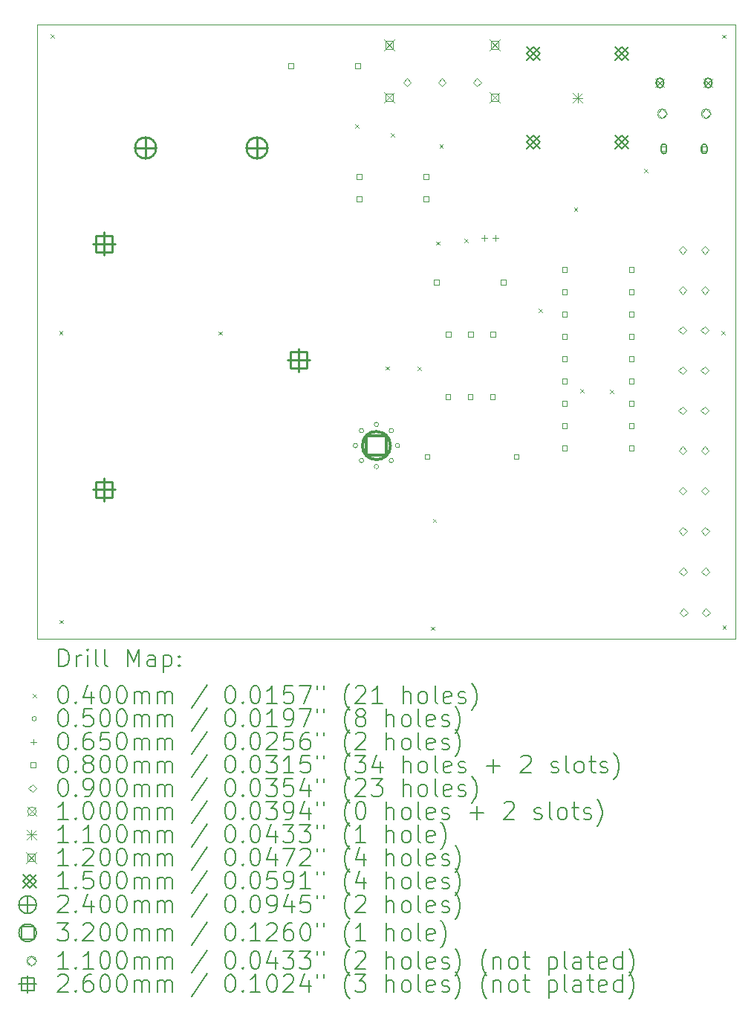
<source format=gbr>
%FSLAX45Y45*%
G04 Gerber Fmt 4.5, Leading zero omitted, Abs format (unit mm)*
G04 Created by KiCad (PCBNEW (6.0.4)) date 2022-10-12 22:03:47*
%MOMM*%
%LPD*%
G01*
G04 APERTURE LIST*
%TA.AperFunction,Profile*%
%ADD10C,0.100000*%
%TD*%
%ADD11C,0.200000*%
%ADD12C,0.040000*%
%ADD13C,0.050000*%
%ADD14C,0.065000*%
%ADD15C,0.080000*%
%ADD16C,0.090000*%
%ADD17C,0.100000*%
%ADD18C,0.110000*%
%ADD19C,0.120000*%
%ADD20C,0.150000*%
%ADD21C,0.240000*%
%ADD22C,0.320000*%
%ADD23C,0.260000*%
G04 APERTURE END LIST*
D10*
X7962000Y6991500D02*
X-1500Y6991500D01*
X-1500Y6991500D02*
X-1500Y-3500D01*
X-1500Y-3500D02*
X7962000Y-3500D01*
X7962000Y-3500D02*
X7962000Y6991500D01*
D11*
D12*
X155000Y6880000D02*
X195000Y6840000D01*
X195000Y6880000D02*
X155000Y6840000D01*
X254000Y3500000D02*
X294000Y3460000D01*
X294000Y3500000D02*
X254000Y3460000D01*
X260000Y212000D02*
X300000Y172000D01*
X300000Y212000D02*
X260000Y172000D01*
X2069000Y3497000D02*
X2109000Y3457000D01*
X2109000Y3497000D02*
X2069000Y3457000D01*
X3625500Y5857500D02*
X3665500Y5817500D01*
X3665500Y5857500D02*
X3625500Y5817500D01*
X3972000Y3099000D02*
X4012000Y3059000D01*
X4012000Y3099000D02*
X3972000Y3059000D01*
X4034000Y5756000D02*
X4074000Y5716000D01*
X4074000Y5756000D02*
X4034000Y5716000D01*
X4341000Y3092000D02*
X4381000Y3052000D01*
X4381000Y3092000D02*
X4341000Y3052000D01*
X4490000Y136000D02*
X4530000Y96000D01*
X4530000Y136000D02*
X4490000Y96000D01*
X4511000Y1362000D02*
X4551000Y1322000D01*
X4551000Y1362000D02*
X4511000Y1322000D01*
X4553000Y4520000D02*
X4593000Y4480000D01*
X4593000Y4520000D02*
X4553000Y4480000D01*
X4588000Y5627000D02*
X4628000Y5587000D01*
X4628000Y5627000D02*
X4588000Y5587000D01*
X4870500Y4552500D02*
X4910500Y4512500D01*
X4910500Y4552500D02*
X4870500Y4512500D01*
X5715500Y3757500D02*
X5755500Y3717500D01*
X5755500Y3757500D02*
X5715500Y3717500D01*
X6120500Y4905000D02*
X6160500Y4865000D01*
X6160500Y4905000D02*
X6120500Y4865000D01*
X6194000Y2839000D02*
X6234000Y2799000D01*
X6234000Y2839000D02*
X6194000Y2799000D01*
X6530500Y2832500D02*
X6570500Y2792500D01*
X6570500Y2832500D02*
X6530500Y2792500D01*
X6923000Y5347500D02*
X6963000Y5307500D01*
X6963000Y5347500D02*
X6923000Y5307500D01*
X7803000Y3502500D02*
X7843000Y3462500D01*
X7843000Y3502500D02*
X7803000Y3462500D01*
X7808000Y6875000D02*
X7848000Y6835000D01*
X7848000Y6875000D02*
X7808000Y6835000D01*
X7815000Y149000D02*
X7855000Y109000D01*
X7855000Y149000D02*
X7815000Y109000D01*
D13*
X3654000Y2197000D02*
G75*
G03*
X3654000Y2197000I-25000J0D01*
G01*
X3724294Y2366706D02*
G75*
G03*
X3724294Y2366706I-25000J0D01*
G01*
X3724294Y2027294D02*
G75*
G03*
X3724294Y2027294I-25000J0D01*
G01*
X3894000Y2437000D02*
G75*
G03*
X3894000Y2437000I-25000J0D01*
G01*
X3894000Y1957000D02*
G75*
G03*
X3894000Y1957000I-25000J0D01*
G01*
X4063706Y2366706D02*
G75*
G03*
X4063706Y2366706I-25000J0D01*
G01*
X4063706Y2027294D02*
G75*
G03*
X4063706Y2027294I-25000J0D01*
G01*
X4134000Y2197000D02*
G75*
G03*
X4134000Y2197000I-25000J0D01*
G01*
D14*
X5098000Y4592500D02*
X5098000Y4527500D01*
X5065500Y4560000D02*
X5130500Y4560000D01*
X5225000Y4592500D02*
X5225000Y4527500D01*
X5192500Y4560000D02*
X5257500Y4560000D01*
D15*
X2919534Y6494215D02*
X2919534Y6550784D01*
X2862965Y6550784D01*
X2862965Y6494215D01*
X2919534Y6494215D01*
X3681534Y6494215D02*
X3681534Y6550784D01*
X3624965Y6550784D01*
X3624965Y6494215D01*
X3681534Y6494215D01*
X3698784Y5229216D02*
X3698784Y5285785D01*
X3642215Y5285785D01*
X3642215Y5229216D01*
X3698784Y5229216D01*
X3698784Y4975216D02*
X3698784Y5031785D01*
X3642215Y5031785D01*
X3642215Y4975216D01*
X3698784Y4975216D01*
X4460785Y5229216D02*
X4460785Y5285785D01*
X4404216Y5285785D01*
X4404216Y5229216D01*
X4460785Y5229216D01*
X4460785Y4975216D02*
X4460785Y5031785D01*
X4404216Y5031785D01*
X4404216Y4975216D01*
X4460785Y4975216D01*
X4476285Y2043715D02*
X4476285Y2100285D01*
X4419716Y2100285D01*
X4419716Y2043715D01*
X4476285Y2043715D01*
X4580285Y4026715D02*
X4580285Y4083284D01*
X4523716Y4083284D01*
X4523716Y4026715D01*
X4580285Y4026715D01*
X4711785Y2725216D02*
X4711785Y2781785D01*
X4655216Y2781785D01*
X4655216Y2725216D01*
X4711785Y2725216D01*
X4714785Y3434215D02*
X4714785Y3490784D01*
X4658216Y3490784D01*
X4658216Y3434215D01*
X4714785Y3434215D01*
X4965785Y2725216D02*
X4965785Y2781785D01*
X4909216Y2781785D01*
X4909216Y2725216D01*
X4965785Y2725216D01*
X4968785Y3434215D02*
X4968785Y3490784D01*
X4912216Y3490784D01*
X4912216Y3434215D01*
X4968785Y3434215D01*
X5219785Y2725216D02*
X5219785Y2781785D01*
X5163216Y2781785D01*
X5163216Y2725216D01*
X5219785Y2725216D01*
X5222785Y3434215D02*
X5222785Y3490784D01*
X5166216Y3490784D01*
X5166216Y3434215D01*
X5222785Y3434215D01*
X5342285Y4026715D02*
X5342285Y4083284D01*
X5285716Y4083284D01*
X5285716Y4026715D01*
X5342285Y4026715D01*
X5492285Y2043715D02*
X5492285Y2100285D01*
X5435716Y2100285D01*
X5435716Y2043715D01*
X5492285Y2043715D01*
X6042284Y4174715D02*
X6042284Y4231285D01*
X5985715Y4231285D01*
X5985715Y4174715D01*
X6042284Y4174715D01*
X6042284Y3920715D02*
X6042284Y3977284D01*
X5985715Y3977284D01*
X5985715Y3920715D01*
X6042284Y3920715D01*
X6042284Y3666715D02*
X6042284Y3723284D01*
X5985715Y3723284D01*
X5985715Y3666715D01*
X6042284Y3666715D01*
X6042284Y3412715D02*
X6042284Y3469284D01*
X5985715Y3469284D01*
X5985715Y3412715D01*
X6042284Y3412715D01*
X6042284Y3158715D02*
X6042284Y3215284D01*
X5985715Y3215284D01*
X5985715Y3158715D01*
X6042284Y3158715D01*
X6042284Y2904715D02*
X6042284Y2961284D01*
X5985715Y2961284D01*
X5985715Y2904715D01*
X6042284Y2904715D01*
X6042284Y2650716D02*
X6042284Y2707285D01*
X5985715Y2707285D01*
X5985715Y2650716D01*
X6042284Y2650716D01*
X6042284Y2396716D02*
X6042284Y2453285D01*
X5985715Y2453285D01*
X5985715Y2396716D01*
X6042284Y2396716D01*
X6042284Y2142716D02*
X6042284Y2199285D01*
X5985715Y2199285D01*
X5985715Y2142716D01*
X6042284Y2142716D01*
X6804284Y4174715D02*
X6804284Y4231285D01*
X6747715Y4231285D01*
X6747715Y4174715D01*
X6804284Y4174715D01*
X6804284Y3920715D02*
X6804284Y3977284D01*
X6747715Y3977284D01*
X6747715Y3920715D01*
X6804284Y3920715D01*
X6804284Y3666715D02*
X6804284Y3723284D01*
X6747715Y3723284D01*
X6747715Y3666715D01*
X6804284Y3666715D01*
X6804284Y3412715D02*
X6804284Y3469284D01*
X6747715Y3469284D01*
X6747715Y3412715D01*
X6804284Y3412715D01*
X6804284Y3158715D02*
X6804284Y3215284D01*
X6747715Y3215284D01*
X6747715Y3158715D01*
X6804284Y3158715D01*
X6804284Y2904715D02*
X6804284Y2961284D01*
X6747715Y2961284D01*
X6747715Y2904715D01*
X6804284Y2904715D01*
X6804284Y2650716D02*
X6804284Y2707285D01*
X6747715Y2707285D01*
X6747715Y2650716D01*
X6804284Y2650716D01*
X6804284Y2396716D02*
X6804284Y2453285D01*
X6747715Y2453285D01*
X6747715Y2396716D01*
X6804284Y2396716D01*
X6804284Y2142716D02*
X6804284Y2199285D01*
X6747715Y2199285D01*
X6747715Y2142716D01*
X6804284Y2142716D01*
X7173784Y5546716D02*
X7173784Y5603284D01*
X7117215Y5603284D01*
X7117215Y5546716D01*
X7173784Y5546716D01*
D11*
X7115500Y5600000D02*
X7115500Y5550000D01*
X7175500Y5600000D02*
X7175500Y5550000D01*
X7115500Y5550000D02*
G75*
G03*
X7175500Y5550000I30000J0D01*
G01*
X7175500Y5600000D02*
G75*
G03*
X7115500Y5600000I-30000J0D01*
G01*
D15*
X7633784Y5546716D02*
X7633784Y5603284D01*
X7577215Y5603284D01*
X7577215Y5546716D01*
X7633784Y5546716D01*
D11*
X7575500Y5600000D02*
X7575500Y5550000D01*
X7635500Y5600000D02*
X7635500Y5550000D01*
X7575500Y5550000D02*
G75*
G03*
X7635500Y5550000I30000J0D01*
G01*
X7635500Y5600000D02*
G75*
G03*
X7575500Y5600000I-30000J0D01*
G01*
D16*
X4218000Y6287500D02*
X4263000Y6332500D01*
X4218000Y6377500D01*
X4173000Y6332500D01*
X4218000Y6287500D01*
X4618000Y6287500D02*
X4663000Y6332500D01*
X4618000Y6377500D01*
X4573000Y6332500D01*
X4618000Y6287500D01*
X5018000Y6287500D02*
X5063000Y6332500D01*
X5018000Y6377500D01*
X4973000Y6332500D01*
X5018000Y6287500D01*
X7356000Y3464500D02*
X7401000Y3509500D01*
X7356000Y3554500D01*
X7311000Y3509500D01*
X7356000Y3464500D01*
X7356000Y3007000D02*
X7401000Y3052000D01*
X7356000Y3097000D01*
X7311000Y3052000D01*
X7356000Y3007000D01*
X7356000Y2552000D02*
X7401000Y2597000D01*
X7356000Y2642000D01*
X7311000Y2597000D01*
X7356000Y2552000D01*
X7358500Y4377000D02*
X7403500Y4422000D01*
X7358500Y4467000D01*
X7313500Y4422000D01*
X7358500Y4377000D01*
X7358500Y2097000D02*
X7403500Y2142000D01*
X7358500Y2187000D01*
X7313500Y2142000D01*
X7358500Y2097000D01*
X7361000Y3919500D02*
X7406000Y3964500D01*
X7361000Y4009500D01*
X7316000Y3964500D01*
X7361000Y3919500D01*
X7361000Y1637000D02*
X7406000Y1682000D01*
X7361000Y1727000D01*
X7316000Y1682000D01*
X7361000Y1637000D01*
X7363500Y1177000D02*
X7408500Y1222000D01*
X7363500Y1267000D01*
X7318500Y1222000D01*
X7363500Y1177000D01*
X7366000Y717000D02*
X7411000Y762000D01*
X7366000Y807000D01*
X7321000Y762000D01*
X7366000Y717000D01*
X7371000Y252000D02*
X7416000Y297000D01*
X7371000Y342000D01*
X7326000Y297000D01*
X7371000Y252000D01*
X7610000Y3464500D02*
X7655000Y3509500D01*
X7610000Y3554500D01*
X7565000Y3509500D01*
X7610000Y3464500D01*
X7610000Y3007000D02*
X7655000Y3052000D01*
X7610000Y3097000D01*
X7565000Y3052000D01*
X7610000Y3007000D01*
X7610000Y2552000D02*
X7655000Y2597000D01*
X7610000Y2642000D01*
X7565000Y2597000D01*
X7610000Y2552000D01*
X7612500Y4377000D02*
X7657500Y4422000D01*
X7612500Y4467000D01*
X7567500Y4422000D01*
X7612500Y4377000D01*
X7612500Y2097000D02*
X7657500Y2142000D01*
X7612500Y2187000D01*
X7567500Y2142000D01*
X7612500Y2097000D01*
X7615000Y3919500D02*
X7660000Y3964500D01*
X7615000Y4009500D01*
X7570000Y3964500D01*
X7615000Y3919500D01*
X7615000Y1637000D02*
X7660000Y1682000D01*
X7615000Y1727000D01*
X7570000Y1682000D01*
X7615000Y1637000D01*
X7617500Y1177000D02*
X7662500Y1222000D01*
X7617500Y1267000D01*
X7572500Y1222000D01*
X7617500Y1177000D01*
X7620000Y717000D02*
X7665000Y762000D01*
X7620000Y807000D01*
X7575000Y762000D01*
X7620000Y717000D01*
X7625000Y252000D02*
X7670000Y297000D01*
X7625000Y342000D01*
X7580000Y297000D01*
X7625000Y252000D01*
D17*
X7050500Y6375000D02*
X7150500Y6275000D01*
X7150500Y6375000D02*
X7050500Y6275000D01*
X7150500Y6325000D02*
G75*
G03*
X7150500Y6325000I-50000J0D01*
G01*
D11*
X7060500Y6340000D02*
X7060500Y6310000D01*
X7140500Y6340000D02*
X7140500Y6310000D01*
X7060500Y6310000D02*
G75*
G03*
X7140500Y6310000I40000J0D01*
G01*
X7140500Y6340000D02*
G75*
G03*
X7060500Y6340000I-40000J0D01*
G01*
D17*
X7600500Y6375000D02*
X7700500Y6275000D01*
X7700500Y6375000D02*
X7600500Y6275000D01*
X7700500Y6325000D02*
G75*
G03*
X7700500Y6325000I-50000J0D01*
G01*
D11*
X7610500Y6340000D02*
X7610500Y6310000D01*
X7690500Y6340000D02*
X7690500Y6310000D01*
X7610500Y6310000D02*
G75*
G03*
X7690500Y6310000I40000J0D01*
G01*
X7690500Y6340000D02*
G75*
G03*
X7610500Y6340000I-40000J0D01*
G01*
D18*
X6108000Y6210000D02*
X6218000Y6100000D01*
X6218000Y6210000D02*
X6108000Y6100000D01*
X6163000Y6210000D02*
X6163000Y6100000D01*
X6108000Y6155000D02*
X6218000Y6155000D01*
D19*
X3958000Y6817500D02*
X4078000Y6697500D01*
X4078000Y6817500D02*
X3958000Y6697500D01*
X4060427Y6715073D02*
X4060427Y6799927D01*
X3975573Y6799927D01*
X3975573Y6715073D01*
X4060427Y6715073D01*
X3958000Y6217500D02*
X4078000Y6097500D01*
X4078000Y6217500D02*
X3958000Y6097500D01*
X4060427Y6115073D02*
X4060427Y6199927D01*
X3975573Y6199927D01*
X3975573Y6115073D01*
X4060427Y6115073D01*
X5158000Y6817500D02*
X5278000Y6697500D01*
X5278000Y6817500D02*
X5158000Y6697500D01*
X5260427Y6715073D02*
X5260427Y6799927D01*
X5175573Y6799927D01*
X5175573Y6715073D01*
X5260427Y6715073D01*
X5158000Y6217500D02*
X5278000Y6097500D01*
X5278000Y6217500D02*
X5158000Y6097500D01*
X5260427Y6115073D02*
X5260427Y6199927D01*
X5175573Y6199927D01*
X5175573Y6115073D01*
X5260427Y6115073D01*
D20*
X5585500Y6732500D02*
X5735500Y6582500D01*
X5735500Y6732500D02*
X5585500Y6582500D01*
X5660500Y6582500D02*
X5735500Y6657500D01*
X5660500Y6732500D01*
X5585500Y6657500D01*
X5660500Y6582500D01*
X5585500Y5727500D02*
X5735500Y5577500D01*
X5735500Y5727500D02*
X5585500Y5577500D01*
X5660500Y5577500D02*
X5735500Y5652500D01*
X5660500Y5727500D01*
X5585500Y5652500D01*
X5660500Y5577500D01*
X6590500Y6732500D02*
X6740500Y6582500D01*
X6740500Y6732500D02*
X6590500Y6582500D01*
X6665500Y6582500D02*
X6740500Y6657500D01*
X6665500Y6732500D01*
X6590500Y6657500D01*
X6665500Y6582500D01*
X6590500Y5727500D02*
X6740500Y5577500D01*
X6740500Y5727500D02*
X6590500Y5577500D01*
X6665500Y5577500D02*
X6740500Y5652500D01*
X6665500Y5727500D01*
X6590500Y5652500D01*
X6665500Y5577500D01*
D21*
X1238000Y5705000D02*
X1238000Y5465000D01*
X1118000Y5585000D02*
X1358000Y5585000D01*
X1358000Y5585000D02*
G75*
G03*
X1358000Y5585000I-120000J0D01*
G01*
X2508000Y5705000D02*
X2508000Y5465000D01*
X2388000Y5585000D02*
X2628000Y5585000D01*
X2628000Y5585000D02*
G75*
G03*
X2628000Y5585000I-120000J0D01*
G01*
D22*
X3982138Y2083862D02*
X3982138Y2310138D01*
X3755862Y2310138D01*
X3755862Y2083862D01*
X3982138Y2083862D01*
X4029000Y2197000D02*
G75*
G03*
X4029000Y2197000I-160000J0D01*
G01*
D18*
X7125500Y5920000D02*
X7180500Y5975000D01*
X7125500Y6030000D01*
X7070500Y5975000D01*
X7125500Y5920000D01*
X7180500Y5975000D02*
G75*
G03*
X7180500Y5975000I-55000J0D01*
G01*
X7625500Y5920000D02*
X7680500Y5975000D01*
X7625500Y6030000D01*
X7570500Y5975000D01*
X7625500Y5920000D01*
X7680500Y5975000D02*
G75*
G03*
X7680500Y5975000I-55000J0D01*
G01*
D23*
X763000Y4625000D02*
X763000Y4365000D01*
X633000Y4495000D02*
X893000Y4495000D01*
X854925Y4403075D02*
X854925Y4586925D01*
X671075Y4586925D01*
X671075Y4403075D01*
X854925Y4403075D01*
X763000Y1825000D02*
X763000Y1565000D01*
X633000Y1695000D02*
X893000Y1695000D01*
X854925Y1603075D02*
X854925Y1786925D01*
X671075Y1786925D01*
X671075Y1603075D01*
X854925Y1603075D01*
X2983000Y3300000D02*
X2983000Y3040000D01*
X2853000Y3170000D02*
X3113000Y3170000D01*
X3074925Y3078075D02*
X3074925Y3261925D01*
X2891075Y3261925D01*
X2891075Y3078075D01*
X3074925Y3078075D01*
D11*
X251119Y-318976D02*
X251119Y-118976D01*
X298738Y-118976D01*
X327310Y-128500D01*
X346357Y-147548D01*
X355881Y-166595D01*
X365405Y-204690D01*
X365405Y-233262D01*
X355881Y-271357D01*
X346357Y-290405D01*
X327310Y-309452D01*
X298738Y-318976D01*
X251119Y-318976D01*
X451119Y-318976D02*
X451119Y-185643D01*
X451119Y-223738D02*
X460643Y-204690D01*
X470167Y-195167D01*
X489214Y-185643D01*
X508262Y-185643D01*
X574929Y-318976D02*
X574929Y-185643D01*
X574929Y-118976D02*
X565405Y-128500D01*
X574929Y-138024D01*
X584452Y-128500D01*
X574929Y-118976D01*
X574929Y-138024D01*
X698738Y-318976D02*
X679690Y-309452D01*
X670167Y-290405D01*
X670167Y-118976D01*
X803500Y-318976D02*
X784452Y-309452D01*
X774928Y-290405D01*
X774928Y-118976D01*
X1032071Y-318976D02*
X1032071Y-118976D01*
X1098738Y-261833D01*
X1165405Y-118976D01*
X1165405Y-318976D01*
X1346357Y-318976D02*
X1346357Y-214214D01*
X1336833Y-195167D01*
X1317786Y-185643D01*
X1279690Y-185643D01*
X1260643Y-195167D01*
X1346357Y-309452D02*
X1327310Y-318976D01*
X1279690Y-318976D01*
X1260643Y-309452D01*
X1251119Y-290405D01*
X1251119Y-271357D01*
X1260643Y-252309D01*
X1279690Y-242786D01*
X1327310Y-242786D01*
X1346357Y-233262D01*
X1441595Y-185643D02*
X1441595Y-385643D01*
X1441595Y-195167D02*
X1460643Y-185643D01*
X1498738Y-185643D01*
X1517786Y-195167D01*
X1527309Y-204690D01*
X1536833Y-223738D01*
X1536833Y-280881D01*
X1527309Y-299929D01*
X1517786Y-309452D01*
X1498738Y-318976D01*
X1460643Y-318976D01*
X1441595Y-309452D01*
X1622548Y-299929D02*
X1632071Y-309452D01*
X1622548Y-318976D01*
X1613024Y-309452D01*
X1622548Y-299929D01*
X1622548Y-318976D01*
X1622548Y-195167D02*
X1632071Y-204690D01*
X1622548Y-214214D01*
X1613024Y-204690D01*
X1622548Y-195167D01*
X1622548Y-214214D01*
D12*
X-46500Y-628500D02*
X-6500Y-668500D01*
X-6500Y-628500D02*
X-46500Y-668500D01*
D11*
X289214Y-538976D02*
X308262Y-538976D01*
X327310Y-548500D01*
X336833Y-558024D01*
X346357Y-577071D01*
X355881Y-615167D01*
X355881Y-662786D01*
X346357Y-700881D01*
X336833Y-719928D01*
X327310Y-729452D01*
X308262Y-738976D01*
X289214Y-738976D01*
X270167Y-729452D01*
X260643Y-719928D01*
X251119Y-700881D01*
X241595Y-662786D01*
X241595Y-615167D01*
X251119Y-577071D01*
X260643Y-558024D01*
X270167Y-548500D01*
X289214Y-538976D01*
X441595Y-719928D02*
X451119Y-729452D01*
X441595Y-738976D01*
X432071Y-729452D01*
X441595Y-719928D01*
X441595Y-738976D01*
X622548Y-605643D02*
X622548Y-738976D01*
X574929Y-529452D02*
X527310Y-672310D01*
X651119Y-672310D01*
X765405Y-538976D02*
X784452Y-538976D01*
X803500Y-548500D01*
X813024Y-558024D01*
X822548Y-577071D01*
X832071Y-615167D01*
X832071Y-662786D01*
X822548Y-700881D01*
X813024Y-719928D01*
X803500Y-729452D01*
X784452Y-738976D01*
X765405Y-738976D01*
X746357Y-729452D01*
X736833Y-719928D01*
X727309Y-700881D01*
X717786Y-662786D01*
X717786Y-615167D01*
X727309Y-577071D01*
X736833Y-558024D01*
X746357Y-548500D01*
X765405Y-538976D01*
X955881Y-538976D02*
X974928Y-538976D01*
X993976Y-548500D01*
X1003500Y-558024D01*
X1013024Y-577071D01*
X1022548Y-615167D01*
X1022548Y-662786D01*
X1013024Y-700881D01*
X1003500Y-719928D01*
X993976Y-729452D01*
X974928Y-738976D01*
X955881Y-738976D01*
X936833Y-729452D01*
X927309Y-719928D01*
X917786Y-700881D01*
X908262Y-662786D01*
X908262Y-615167D01*
X917786Y-577071D01*
X927309Y-558024D01*
X936833Y-548500D01*
X955881Y-538976D01*
X1108262Y-738976D02*
X1108262Y-605643D01*
X1108262Y-624690D02*
X1117786Y-615167D01*
X1136833Y-605643D01*
X1165405Y-605643D01*
X1184452Y-615167D01*
X1193976Y-634214D01*
X1193976Y-738976D01*
X1193976Y-634214D02*
X1203500Y-615167D01*
X1222548Y-605643D01*
X1251119Y-605643D01*
X1270167Y-615167D01*
X1279690Y-634214D01*
X1279690Y-738976D01*
X1374929Y-738976D02*
X1374929Y-605643D01*
X1374929Y-624690D02*
X1384452Y-615167D01*
X1403500Y-605643D01*
X1432071Y-605643D01*
X1451119Y-615167D01*
X1460643Y-634214D01*
X1460643Y-738976D01*
X1460643Y-634214D02*
X1470167Y-615167D01*
X1489214Y-605643D01*
X1517786Y-605643D01*
X1536833Y-615167D01*
X1546357Y-634214D01*
X1546357Y-738976D01*
X1936833Y-529452D02*
X1765405Y-786595D01*
X2193976Y-538976D02*
X2213024Y-538976D01*
X2232071Y-548500D01*
X2241595Y-558024D01*
X2251119Y-577071D01*
X2260643Y-615167D01*
X2260643Y-662786D01*
X2251119Y-700881D01*
X2241595Y-719928D01*
X2232071Y-729452D01*
X2213024Y-738976D01*
X2193976Y-738976D01*
X2174929Y-729452D01*
X2165405Y-719928D01*
X2155881Y-700881D01*
X2146357Y-662786D01*
X2146357Y-615167D01*
X2155881Y-577071D01*
X2165405Y-558024D01*
X2174929Y-548500D01*
X2193976Y-538976D01*
X2346357Y-719928D02*
X2355881Y-729452D01*
X2346357Y-738976D01*
X2336833Y-729452D01*
X2346357Y-719928D01*
X2346357Y-738976D01*
X2479690Y-538976D02*
X2498738Y-538976D01*
X2517786Y-548500D01*
X2527310Y-558024D01*
X2536833Y-577071D01*
X2546357Y-615167D01*
X2546357Y-662786D01*
X2536833Y-700881D01*
X2527310Y-719928D01*
X2517786Y-729452D01*
X2498738Y-738976D01*
X2479690Y-738976D01*
X2460643Y-729452D01*
X2451119Y-719928D01*
X2441595Y-700881D01*
X2432071Y-662786D01*
X2432071Y-615167D01*
X2441595Y-577071D01*
X2451119Y-558024D01*
X2460643Y-548500D01*
X2479690Y-538976D01*
X2736833Y-738976D02*
X2622548Y-738976D01*
X2679690Y-738976D02*
X2679690Y-538976D01*
X2660643Y-567548D01*
X2641595Y-586595D01*
X2622548Y-596119D01*
X2917786Y-538976D02*
X2822548Y-538976D01*
X2813024Y-634214D01*
X2822548Y-624690D01*
X2841595Y-615167D01*
X2889214Y-615167D01*
X2908262Y-624690D01*
X2917786Y-634214D01*
X2927309Y-653262D01*
X2927309Y-700881D01*
X2917786Y-719928D01*
X2908262Y-729452D01*
X2889214Y-738976D01*
X2841595Y-738976D01*
X2822548Y-729452D01*
X2813024Y-719928D01*
X2993976Y-538976D02*
X3127309Y-538976D01*
X3041595Y-738976D01*
X3193976Y-538976D02*
X3193976Y-577071D01*
X3270167Y-538976D02*
X3270167Y-577071D01*
X3565405Y-815167D02*
X3555881Y-805643D01*
X3536833Y-777071D01*
X3527309Y-758024D01*
X3517786Y-729452D01*
X3508262Y-681833D01*
X3508262Y-643738D01*
X3517786Y-596119D01*
X3527309Y-567548D01*
X3536833Y-548500D01*
X3555881Y-519928D01*
X3565405Y-510405D01*
X3632071Y-558024D02*
X3641595Y-548500D01*
X3660643Y-538976D01*
X3708262Y-538976D01*
X3727309Y-548500D01*
X3736833Y-558024D01*
X3746357Y-577071D01*
X3746357Y-596119D01*
X3736833Y-624690D01*
X3622548Y-738976D01*
X3746357Y-738976D01*
X3936833Y-738976D02*
X3822548Y-738976D01*
X3879690Y-738976D02*
X3879690Y-538976D01*
X3860643Y-567548D01*
X3841595Y-586595D01*
X3822548Y-596119D01*
X4174928Y-738976D02*
X4174928Y-538976D01*
X4260643Y-738976D02*
X4260643Y-634214D01*
X4251119Y-615167D01*
X4232071Y-605643D01*
X4203500Y-605643D01*
X4184452Y-615167D01*
X4174928Y-624690D01*
X4384452Y-738976D02*
X4365405Y-729452D01*
X4355881Y-719928D01*
X4346357Y-700881D01*
X4346357Y-643738D01*
X4355881Y-624690D01*
X4365405Y-615167D01*
X4384452Y-605643D01*
X4413024Y-605643D01*
X4432071Y-615167D01*
X4441595Y-624690D01*
X4451119Y-643738D01*
X4451119Y-700881D01*
X4441595Y-719928D01*
X4432071Y-729452D01*
X4413024Y-738976D01*
X4384452Y-738976D01*
X4565405Y-738976D02*
X4546357Y-729452D01*
X4536833Y-710405D01*
X4536833Y-538976D01*
X4717786Y-729452D02*
X4698738Y-738976D01*
X4660643Y-738976D01*
X4641595Y-729452D01*
X4632071Y-710405D01*
X4632071Y-634214D01*
X4641595Y-615167D01*
X4660643Y-605643D01*
X4698738Y-605643D01*
X4717786Y-615167D01*
X4727310Y-634214D01*
X4727310Y-653262D01*
X4632071Y-672310D01*
X4803500Y-729452D02*
X4822548Y-738976D01*
X4860643Y-738976D01*
X4879690Y-729452D01*
X4889214Y-710405D01*
X4889214Y-700881D01*
X4879690Y-681833D01*
X4860643Y-672310D01*
X4832071Y-672310D01*
X4813024Y-662786D01*
X4803500Y-643738D01*
X4803500Y-634214D01*
X4813024Y-615167D01*
X4832071Y-605643D01*
X4860643Y-605643D01*
X4879690Y-615167D01*
X4955881Y-815167D02*
X4965405Y-805643D01*
X4984452Y-777071D01*
X4993976Y-758024D01*
X5003500Y-729452D01*
X5013024Y-681833D01*
X5013024Y-643738D01*
X5003500Y-596119D01*
X4993976Y-567548D01*
X4984452Y-548500D01*
X4965405Y-519928D01*
X4955881Y-510405D01*
D13*
X-6500Y-912500D02*
G75*
G03*
X-6500Y-912500I-25000J0D01*
G01*
D11*
X289214Y-802976D02*
X308262Y-802976D01*
X327310Y-812500D01*
X336833Y-822024D01*
X346357Y-841071D01*
X355881Y-879167D01*
X355881Y-926786D01*
X346357Y-964881D01*
X336833Y-983928D01*
X327310Y-993452D01*
X308262Y-1002976D01*
X289214Y-1002976D01*
X270167Y-993452D01*
X260643Y-983928D01*
X251119Y-964881D01*
X241595Y-926786D01*
X241595Y-879167D01*
X251119Y-841071D01*
X260643Y-822024D01*
X270167Y-812500D01*
X289214Y-802976D01*
X441595Y-983928D02*
X451119Y-993452D01*
X441595Y-1002976D01*
X432071Y-993452D01*
X441595Y-983928D01*
X441595Y-1002976D01*
X632071Y-802976D02*
X536833Y-802976D01*
X527310Y-898214D01*
X536833Y-888690D01*
X555881Y-879167D01*
X603500Y-879167D01*
X622548Y-888690D01*
X632071Y-898214D01*
X641595Y-917262D01*
X641595Y-964881D01*
X632071Y-983928D01*
X622548Y-993452D01*
X603500Y-1002976D01*
X555881Y-1002976D01*
X536833Y-993452D01*
X527310Y-983928D01*
X765405Y-802976D02*
X784452Y-802976D01*
X803500Y-812500D01*
X813024Y-822024D01*
X822548Y-841071D01*
X832071Y-879167D01*
X832071Y-926786D01*
X822548Y-964881D01*
X813024Y-983928D01*
X803500Y-993452D01*
X784452Y-1002976D01*
X765405Y-1002976D01*
X746357Y-993452D01*
X736833Y-983928D01*
X727309Y-964881D01*
X717786Y-926786D01*
X717786Y-879167D01*
X727309Y-841071D01*
X736833Y-822024D01*
X746357Y-812500D01*
X765405Y-802976D01*
X955881Y-802976D02*
X974928Y-802976D01*
X993976Y-812500D01*
X1003500Y-822024D01*
X1013024Y-841071D01*
X1022548Y-879167D01*
X1022548Y-926786D01*
X1013024Y-964881D01*
X1003500Y-983928D01*
X993976Y-993452D01*
X974928Y-1002976D01*
X955881Y-1002976D01*
X936833Y-993452D01*
X927309Y-983928D01*
X917786Y-964881D01*
X908262Y-926786D01*
X908262Y-879167D01*
X917786Y-841071D01*
X927309Y-822024D01*
X936833Y-812500D01*
X955881Y-802976D01*
X1108262Y-1002976D02*
X1108262Y-869643D01*
X1108262Y-888690D02*
X1117786Y-879167D01*
X1136833Y-869643D01*
X1165405Y-869643D01*
X1184452Y-879167D01*
X1193976Y-898214D01*
X1193976Y-1002976D01*
X1193976Y-898214D02*
X1203500Y-879167D01*
X1222548Y-869643D01*
X1251119Y-869643D01*
X1270167Y-879167D01*
X1279690Y-898214D01*
X1279690Y-1002976D01*
X1374929Y-1002976D02*
X1374929Y-869643D01*
X1374929Y-888690D02*
X1384452Y-879167D01*
X1403500Y-869643D01*
X1432071Y-869643D01*
X1451119Y-879167D01*
X1460643Y-898214D01*
X1460643Y-1002976D01*
X1460643Y-898214D02*
X1470167Y-879167D01*
X1489214Y-869643D01*
X1517786Y-869643D01*
X1536833Y-879167D01*
X1546357Y-898214D01*
X1546357Y-1002976D01*
X1936833Y-793452D02*
X1765405Y-1050595D01*
X2193976Y-802976D02*
X2213024Y-802976D01*
X2232071Y-812500D01*
X2241595Y-822024D01*
X2251119Y-841071D01*
X2260643Y-879167D01*
X2260643Y-926786D01*
X2251119Y-964881D01*
X2241595Y-983928D01*
X2232071Y-993452D01*
X2213024Y-1002976D01*
X2193976Y-1002976D01*
X2174929Y-993452D01*
X2165405Y-983928D01*
X2155881Y-964881D01*
X2146357Y-926786D01*
X2146357Y-879167D01*
X2155881Y-841071D01*
X2165405Y-822024D01*
X2174929Y-812500D01*
X2193976Y-802976D01*
X2346357Y-983928D02*
X2355881Y-993452D01*
X2346357Y-1002976D01*
X2336833Y-993452D01*
X2346357Y-983928D01*
X2346357Y-1002976D01*
X2479690Y-802976D02*
X2498738Y-802976D01*
X2517786Y-812500D01*
X2527310Y-822024D01*
X2536833Y-841071D01*
X2546357Y-879167D01*
X2546357Y-926786D01*
X2536833Y-964881D01*
X2527310Y-983928D01*
X2517786Y-993452D01*
X2498738Y-1002976D01*
X2479690Y-1002976D01*
X2460643Y-993452D01*
X2451119Y-983928D01*
X2441595Y-964881D01*
X2432071Y-926786D01*
X2432071Y-879167D01*
X2441595Y-841071D01*
X2451119Y-822024D01*
X2460643Y-812500D01*
X2479690Y-802976D01*
X2736833Y-1002976D02*
X2622548Y-1002976D01*
X2679690Y-1002976D02*
X2679690Y-802976D01*
X2660643Y-831548D01*
X2641595Y-850595D01*
X2622548Y-860119D01*
X2832071Y-1002976D02*
X2870167Y-1002976D01*
X2889214Y-993452D01*
X2898738Y-983928D01*
X2917786Y-955357D01*
X2927309Y-917262D01*
X2927309Y-841071D01*
X2917786Y-822024D01*
X2908262Y-812500D01*
X2889214Y-802976D01*
X2851119Y-802976D01*
X2832071Y-812500D01*
X2822548Y-822024D01*
X2813024Y-841071D01*
X2813024Y-888690D01*
X2822548Y-907738D01*
X2832071Y-917262D01*
X2851119Y-926786D01*
X2889214Y-926786D01*
X2908262Y-917262D01*
X2917786Y-907738D01*
X2927309Y-888690D01*
X2993976Y-802976D02*
X3127309Y-802976D01*
X3041595Y-1002976D01*
X3193976Y-802976D02*
X3193976Y-841071D01*
X3270167Y-802976D02*
X3270167Y-841071D01*
X3565405Y-1079167D02*
X3555881Y-1069643D01*
X3536833Y-1041071D01*
X3527309Y-1022024D01*
X3517786Y-993452D01*
X3508262Y-945833D01*
X3508262Y-907738D01*
X3517786Y-860119D01*
X3527309Y-831548D01*
X3536833Y-812500D01*
X3555881Y-783928D01*
X3565405Y-774405D01*
X3670167Y-888690D02*
X3651119Y-879167D01*
X3641595Y-869643D01*
X3632071Y-850595D01*
X3632071Y-841071D01*
X3641595Y-822024D01*
X3651119Y-812500D01*
X3670167Y-802976D01*
X3708262Y-802976D01*
X3727309Y-812500D01*
X3736833Y-822024D01*
X3746357Y-841071D01*
X3746357Y-850595D01*
X3736833Y-869643D01*
X3727309Y-879167D01*
X3708262Y-888690D01*
X3670167Y-888690D01*
X3651119Y-898214D01*
X3641595Y-907738D01*
X3632071Y-926786D01*
X3632071Y-964881D01*
X3641595Y-983928D01*
X3651119Y-993452D01*
X3670167Y-1002976D01*
X3708262Y-1002976D01*
X3727309Y-993452D01*
X3736833Y-983928D01*
X3746357Y-964881D01*
X3746357Y-926786D01*
X3736833Y-907738D01*
X3727309Y-898214D01*
X3708262Y-888690D01*
X3984452Y-1002976D02*
X3984452Y-802976D01*
X4070167Y-1002976D02*
X4070167Y-898214D01*
X4060643Y-879167D01*
X4041595Y-869643D01*
X4013024Y-869643D01*
X3993976Y-879167D01*
X3984452Y-888690D01*
X4193976Y-1002976D02*
X4174928Y-993452D01*
X4165405Y-983928D01*
X4155881Y-964881D01*
X4155881Y-907738D01*
X4165405Y-888690D01*
X4174928Y-879167D01*
X4193976Y-869643D01*
X4222548Y-869643D01*
X4241595Y-879167D01*
X4251119Y-888690D01*
X4260643Y-907738D01*
X4260643Y-964881D01*
X4251119Y-983928D01*
X4241595Y-993452D01*
X4222548Y-1002976D01*
X4193976Y-1002976D01*
X4374929Y-1002976D02*
X4355881Y-993452D01*
X4346357Y-974405D01*
X4346357Y-802976D01*
X4527310Y-993452D02*
X4508262Y-1002976D01*
X4470167Y-1002976D01*
X4451119Y-993452D01*
X4441595Y-974405D01*
X4441595Y-898214D01*
X4451119Y-879167D01*
X4470167Y-869643D01*
X4508262Y-869643D01*
X4527310Y-879167D01*
X4536833Y-898214D01*
X4536833Y-917262D01*
X4441595Y-936309D01*
X4613024Y-993452D02*
X4632071Y-1002976D01*
X4670167Y-1002976D01*
X4689214Y-993452D01*
X4698738Y-974405D01*
X4698738Y-964881D01*
X4689214Y-945833D01*
X4670167Y-936309D01*
X4641595Y-936309D01*
X4622548Y-926786D01*
X4613024Y-907738D01*
X4613024Y-898214D01*
X4622548Y-879167D01*
X4641595Y-869643D01*
X4670167Y-869643D01*
X4689214Y-879167D01*
X4765405Y-1079167D02*
X4774929Y-1069643D01*
X4793976Y-1041071D01*
X4803500Y-1022024D01*
X4813024Y-993452D01*
X4822548Y-945833D01*
X4822548Y-907738D01*
X4813024Y-860119D01*
X4803500Y-831548D01*
X4793976Y-812500D01*
X4774929Y-783928D01*
X4765405Y-774405D01*
D14*
X-39000Y-1144000D02*
X-39000Y-1209000D01*
X-71500Y-1176500D02*
X-6500Y-1176500D01*
D11*
X289214Y-1066976D02*
X308262Y-1066976D01*
X327310Y-1076500D01*
X336833Y-1086024D01*
X346357Y-1105071D01*
X355881Y-1143167D01*
X355881Y-1190786D01*
X346357Y-1228881D01*
X336833Y-1247929D01*
X327310Y-1257452D01*
X308262Y-1266976D01*
X289214Y-1266976D01*
X270167Y-1257452D01*
X260643Y-1247929D01*
X251119Y-1228881D01*
X241595Y-1190786D01*
X241595Y-1143167D01*
X251119Y-1105071D01*
X260643Y-1086024D01*
X270167Y-1076500D01*
X289214Y-1066976D01*
X441595Y-1247929D02*
X451119Y-1257452D01*
X441595Y-1266976D01*
X432071Y-1257452D01*
X441595Y-1247929D01*
X441595Y-1266976D01*
X622548Y-1066976D02*
X584452Y-1066976D01*
X565405Y-1076500D01*
X555881Y-1086024D01*
X536833Y-1114595D01*
X527310Y-1152690D01*
X527310Y-1228881D01*
X536833Y-1247929D01*
X546357Y-1257452D01*
X565405Y-1266976D01*
X603500Y-1266976D01*
X622548Y-1257452D01*
X632071Y-1247929D01*
X641595Y-1228881D01*
X641595Y-1181262D01*
X632071Y-1162214D01*
X622548Y-1152690D01*
X603500Y-1143167D01*
X565405Y-1143167D01*
X546357Y-1152690D01*
X536833Y-1162214D01*
X527310Y-1181262D01*
X822548Y-1066976D02*
X727309Y-1066976D01*
X717786Y-1162214D01*
X727309Y-1152690D01*
X746357Y-1143167D01*
X793976Y-1143167D01*
X813024Y-1152690D01*
X822548Y-1162214D01*
X832071Y-1181262D01*
X832071Y-1228881D01*
X822548Y-1247929D01*
X813024Y-1257452D01*
X793976Y-1266976D01*
X746357Y-1266976D01*
X727309Y-1257452D01*
X717786Y-1247929D01*
X955881Y-1066976D02*
X974928Y-1066976D01*
X993976Y-1076500D01*
X1003500Y-1086024D01*
X1013024Y-1105071D01*
X1022548Y-1143167D01*
X1022548Y-1190786D01*
X1013024Y-1228881D01*
X1003500Y-1247929D01*
X993976Y-1257452D01*
X974928Y-1266976D01*
X955881Y-1266976D01*
X936833Y-1257452D01*
X927309Y-1247929D01*
X917786Y-1228881D01*
X908262Y-1190786D01*
X908262Y-1143167D01*
X917786Y-1105071D01*
X927309Y-1086024D01*
X936833Y-1076500D01*
X955881Y-1066976D01*
X1108262Y-1266976D02*
X1108262Y-1133643D01*
X1108262Y-1152690D02*
X1117786Y-1143167D01*
X1136833Y-1133643D01*
X1165405Y-1133643D01*
X1184452Y-1143167D01*
X1193976Y-1162214D01*
X1193976Y-1266976D01*
X1193976Y-1162214D02*
X1203500Y-1143167D01*
X1222548Y-1133643D01*
X1251119Y-1133643D01*
X1270167Y-1143167D01*
X1279690Y-1162214D01*
X1279690Y-1266976D01*
X1374929Y-1266976D02*
X1374929Y-1133643D01*
X1374929Y-1152690D02*
X1384452Y-1143167D01*
X1403500Y-1133643D01*
X1432071Y-1133643D01*
X1451119Y-1143167D01*
X1460643Y-1162214D01*
X1460643Y-1266976D01*
X1460643Y-1162214D02*
X1470167Y-1143167D01*
X1489214Y-1133643D01*
X1517786Y-1133643D01*
X1536833Y-1143167D01*
X1546357Y-1162214D01*
X1546357Y-1266976D01*
X1936833Y-1057452D02*
X1765405Y-1314595D01*
X2193976Y-1066976D02*
X2213024Y-1066976D01*
X2232071Y-1076500D01*
X2241595Y-1086024D01*
X2251119Y-1105071D01*
X2260643Y-1143167D01*
X2260643Y-1190786D01*
X2251119Y-1228881D01*
X2241595Y-1247929D01*
X2232071Y-1257452D01*
X2213024Y-1266976D01*
X2193976Y-1266976D01*
X2174929Y-1257452D01*
X2165405Y-1247929D01*
X2155881Y-1228881D01*
X2146357Y-1190786D01*
X2146357Y-1143167D01*
X2155881Y-1105071D01*
X2165405Y-1086024D01*
X2174929Y-1076500D01*
X2193976Y-1066976D01*
X2346357Y-1247929D02*
X2355881Y-1257452D01*
X2346357Y-1266976D01*
X2336833Y-1257452D01*
X2346357Y-1247929D01*
X2346357Y-1266976D01*
X2479690Y-1066976D02*
X2498738Y-1066976D01*
X2517786Y-1076500D01*
X2527310Y-1086024D01*
X2536833Y-1105071D01*
X2546357Y-1143167D01*
X2546357Y-1190786D01*
X2536833Y-1228881D01*
X2527310Y-1247929D01*
X2517786Y-1257452D01*
X2498738Y-1266976D01*
X2479690Y-1266976D01*
X2460643Y-1257452D01*
X2451119Y-1247929D01*
X2441595Y-1228881D01*
X2432071Y-1190786D01*
X2432071Y-1143167D01*
X2441595Y-1105071D01*
X2451119Y-1086024D01*
X2460643Y-1076500D01*
X2479690Y-1066976D01*
X2622548Y-1086024D02*
X2632071Y-1076500D01*
X2651119Y-1066976D01*
X2698738Y-1066976D01*
X2717786Y-1076500D01*
X2727310Y-1086024D01*
X2736833Y-1105071D01*
X2736833Y-1124119D01*
X2727310Y-1152690D01*
X2613024Y-1266976D01*
X2736833Y-1266976D01*
X2917786Y-1066976D02*
X2822548Y-1066976D01*
X2813024Y-1162214D01*
X2822548Y-1152690D01*
X2841595Y-1143167D01*
X2889214Y-1143167D01*
X2908262Y-1152690D01*
X2917786Y-1162214D01*
X2927309Y-1181262D01*
X2927309Y-1228881D01*
X2917786Y-1247929D01*
X2908262Y-1257452D01*
X2889214Y-1266976D01*
X2841595Y-1266976D01*
X2822548Y-1257452D01*
X2813024Y-1247929D01*
X3098738Y-1066976D02*
X3060643Y-1066976D01*
X3041595Y-1076500D01*
X3032071Y-1086024D01*
X3013024Y-1114595D01*
X3003500Y-1152690D01*
X3003500Y-1228881D01*
X3013024Y-1247929D01*
X3022548Y-1257452D01*
X3041595Y-1266976D01*
X3079690Y-1266976D01*
X3098738Y-1257452D01*
X3108262Y-1247929D01*
X3117786Y-1228881D01*
X3117786Y-1181262D01*
X3108262Y-1162214D01*
X3098738Y-1152690D01*
X3079690Y-1143167D01*
X3041595Y-1143167D01*
X3022548Y-1152690D01*
X3013024Y-1162214D01*
X3003500Y-1181262D01*
X3193976Y-1066976D02*
X3193976Y-1105071D01*
X3270167Y-1066976D02*
X3270167Y-1105071D01*
X3565405Y-1343167D02*
X3555881Y-1333643D01*
X3536833Y-1305071D01*
X3527309Y-1286024D01*
X3517786Y-1257452D01*
X3508262Y-1209833D01*
X3508262Y-1171738D01*
X3517786Y-1124119D01*
X3527309Y-1095548D01*
X3536833Y-1076500D01*
X3555881Y-1047928D01*
X3565405Y-1038405D01*
X3632071Y-1086024D02*
X3641595Y-1076500D01*
X3660643Y-1066976D01*
X3708262Y-1066976D01*
X3727309Y-1076500D01*
X3736833Y-1086024D01*
X3746357Y-1105071D01*
X3746357Y-1124119D01*
X3736833Y-1152690D01*
X3622548Y-1266976D01*
X3746357Y-1266976D01*
X3984452Y-1266976D02*
X3984452Y-1066976D01*
X4070167Y-1266976D02*
X4070167Y-1162214D01*
X4060643Y-1143167D01*
X4041595Y-1133643D01*
X4013024Y-1133643D01*
X3993976Y-1143167D01*
X3984452Y-1152690D01*
X4193976Y-1266976D02*
X4174928Y-1257452D01*
X4165405Y-1247929D01*
X4155881Y-1228881D01*
X4155881Y-1171738D01*
X4165405Y-1152690D01*
X4174928Y-1143167D01*
X4193976Y-1133643D01*
X4222548Y-1133643D01*
X4241595Y-1143167D01*
X4251119Y-1152690D01*
X4260643Y-1171738D01*
X4260643Y-1228881D01*
X4251119Y-1247929D01*
X4241595Y-1257452D01*
X4222548Y-1266976D01*
X4193976Y-1266976D01*
X4374929Y-1266976D02*
X4355881Y-1257452D01*
X4346357Y-1238405D01*
X4346357Y-1066976D01*
X4527310Y-1257452D02*
X4508262Y-1266976D01*
X4470167Y-1266976D01*
X4451119Y-1257452D01*
X4441595Y-1238405D01*
X4441595Y-1162214D01*
X4451119Y-1143167D01*
X4470167Y-1133643D01*
X4508262Y-1133643D01*
X4527310Y-1143167D01*
X4536833Y-1162214D01*
X4536833Y-1181262D01*
X4441595Y-1200310D01*
X4613024Y-1257452D02*
X4632071Y-1266976D01*
X4670167Y-1266976D01*
X4689214Y-1257452D01*
X4698738Y-1238405D01*
X4698738Y-1228881D01*
X4689214Y-1209833D01*
X4670167Y-1200310D01*
X4641595Y-1200310D01*
X4622548Y-1190786D01*
X4613024Y-1171738D01*
X4613024Y-1162214D01*
X4622548Y-1143167D01*
X4641595Y-1133643D01*
X4670167Y-1133643D01*
X4689214Y-1143167D01*
X4765405Y-1343167D02*
X4774929Y-1333643D01*
X4793976Y-1305071D01*
X4803500Y-1286024D01*
X4813024Y-1257452D01*
X4822548Y-1209833D01*
X4822548Y-1171738D01*
X4813024Y-1124119D01*
X4803500Y-1095548D01*
X4793976Y-1076500D01*
X4774929Y-1047928D01*
X4765405Y-1038405D01*
D15*
X-18216Y-1468784D02*
X-18216Y-1412215D01*
X-74785Y-1412215D01*
X-74785Y-1468784D01*
X-18216Y-1468784D01*
D11*
X289214Y-1330976D02*
X308262Y-1330976D01*
X327310Y-1340500D01*
X336833Y-1350024D01*
X346357Y-1369071D01*
X355881Y-1407167D01*
X355881Y-1454786D01*
X346357Y-1492881D01*
X336833Y-1511928D01*
X327310Y-1521452D01*
X308262Y-1530976D01*
X289214Y-1530976D01*
X270167Y-1521452D01*
X260643Y-1511928D01*
X251119Y-1492881D01*
X241595Y-1454786D01*
X241595Y-1407167D01*
X251119Y-1369071D01*
X260643Y-1350024D01*
X270167Y-1340500D01*
X289214Y-1330976D01*
X441595Y-1511928D02*
X451119Y-1521452D01*
X441595Y-1530976D01*
X432071Y-1521452D01*
X441595Y-1511928D01*
X441595Y-1530976D01*
X565405Y-1416690D02*
X546357Y-1407167D01*
X536833Y-1397643D01*
X527310Y-1378595D01*
X527310Y-1369071D01*
X536833Y-1350024D01*
X546357Y-1340500D01*
X565405Y-1330976D01*
X603500Y-1330976D01*
X622548Y-1340500D01*
X632071Y-1350024D01*
X641595Y-1369071D01*
X641595Y-1378595D01*
X632071Y-1397643D01*
X622548Y-1407167D01*
X603500Y-1416690D01*
X565405Y-1416690D01*
X546357Y-1426214D01*
X536833Y-1435738D01*
X527310Y-1454786D01*
X527310Y-1492881D01*
X536833Y-1511928D01*
X546357Y-1521452D01*
X565405Y-1530976D01*
X603500Y-1530976D01*
X622548Y-1521452D01*
X632071Y-1511928D01*
X641595Y-1492881D01*
X641595Y-1454786D01*
X632071Y-1435738D01*
X622548Y-1426214D01*
X603500Y-1416690D01*
X765405Y-1330976D02*
X784452Y-1330976D01*
X803500Y-1340500D01*
X813024Y-1350024D01*
X822548Y-1369071D01*
X832071Y-1407167D01*
X832071Y-1454786D01*
X822548Y-1492881D01*
X813024Y-1511928D01*
X803500Y-1521452D01*
X784452Y-1530976D01*
X765405Y-1530976D01*
X746357Y-1521452D01*
X736833Y-1511928D01*
X727309Y-1492881D01*
X717786Y-1454786D01*
X717786Y-1407167D01*
X727309Y-1369071D01*
X736833Y-1350024D01*
X746357Y-1340500D01*
X765405Y-1330976D01*
X955881Y-1330976D02*
X974928Y-1330976D01*
X993976Y-1340500D01*
X1003500Y-1350024D01*
X1013024Y-1369071D01*
X1022548Y-1407167D01*
X1022548Y-1454786D01*
X1013024Y-1492881D01*
X1003500Y-1511928D01*
X993976Y-1521452D01*
X974928Y-1530976D01*
X955881Y-1530976D01*
X936833Y-1521452D01*
X927309Y-1511928D01*
X917786Y-1492881D01*
X908262Y-1454786D01*
X908262Y-1407167D01*
X917786Y-1369071D01*
X927309Y-1350024D01*
X936833Y-1340500D01*
X955881Y-1330976D01*
X1108262Y-1530976D02*
X1108262Y-1397643D01*
X1108262Y-1416690D02*
X1117786Y-1407167D01*
X1136833Y-1397643D01*
X1165405Y-1397643D01*
X1184452Y-1407167D01*
X1193976Y-1426214D01*
X1193976Y-1530976D01*
X1193976Y-1426214D02*
X1203500Y-1407167D01*
X1222548Y-1397643D01*
X1251119Y-1397643D01*
X1270167Y-1407167D01*
X1279690Y-1426214D01*
X1279690Y-1530976D01*
X1374929Y-1530976D02*
X1374929Y-1397643D01*
X1374929Y-1416690D02*
X1384452Y-1407167D01*
X1403500Y-1397643D01*
X1432071Y-1397643D01*
X1451119Y-1407167D01*
X1460643Y-1426214D01*
X1460643Y-1530976D01*
X1460643Y-1426214D02*
X1470167Y-1407167D01*
X1489214Y-1397643D01*
X1517786Y-1397643D01*
X1536833Y-1407167D01*
X1546357Y-1426214D01*
X1546357Y-1530976D01*
X1936833Y-1321452D02*
X1765405Y-1578595D01*
X2193976Y-1330976D02*
X2213024Y-1330976D01*
X2232071Y-1340500D01*
X2241595Y-1350024D01*
X2251119Y-1369071D01*
X2260643Y-1407167D01*
X2260643Y-1454786D01*
X2251119Y-1492881D01*
X2241595Y-1511928D01*
X2232071Y-1521452D01*
X2213024Y-1530976D01*
X2193976Y-1530976D01*
X2174929Y-1521452D01*
X2165405Y-1511928D01*
X2155881Y-1492881D01*
X2146357Y-1454786D01*
X2146357Y-1407167D01*
X2155881Y-1369071D01*
X2165405Y-1350024D01*
X2174929Y-1340500D01*
X2193976Y-1330976D01*
X2346357Y-1511928D02*
X2355881Y-1521452D01*
X2346357Y-1530976D01*
X2336833Y-1521452D01*
X2346357Y-1511928D01*
X2346357Y-1530976D01*
X2479690Y-1330976D02*
X2498738Y-1330976D01*
X2517786Y-1340500D01*
X2527310Y-1350024D01*
X2536833Y-1369071D01*
X2546357Y-1407167D01*
X2546357Y-1454786D01*
X2536833Y-1492881D01*
X2527310Y-1511928D01*
X2517786Y-1521452D01*
X2498738Y-1530976D01*
X2479690Y-1530976D01*
X2460643Y-1521452D01*
X2451119Y-1511928D01*
X2441595Y-1492881D01*
X2432071Y-1454786D01*
X2432071Y-1407167D01*
X2441595Y-1369071D01*
X2451119Y-1350024D01*
X2460643Y-1340500D01*
X2479690Y-1330976D01*
X2613024Y-1330976D02*
X2736833Y-1330976D01*
X2670167Y-1407167D01*
X2698738Y-1407167D01*
X2717786Y-1416690D01*
X2727310Y-1426214D01*
X2736833Y-1445262D01*
X2736833Y-1492881D01*
X2727310Y-1511928D01*
X2717786Y-1521452D01*
X2698738Y-1530976D01*
X2641595Y-1530976D01*
X2622548Y-1521452D01*
X2613024Y-1511928D01*
X2927309Y-1530976D02*
X2813024Y-1530976D01*
X2870167Y-1530976D02*
X2870167Y-1330976D01*
X2851119Y-1359548D01*
X2832071Y-1378595D01*
X2813024Y-1388119D01*
X3108262Y-1330976D02*
X3013024Y-1330976D01*
X3003500Y-1426214D01*
X3013024Y-1416690D01*
X3032071Y-1407167D01*
X3079690Y-1407167D01*
X3098738Y-1416690D01*
X3108262Y-1426214D01*
X3117786Y-1445262D01*
X3117786Y-1492881D01*
X3108262Y-1511928D01*
X3098738Y-1521452D01*
X3079690Y-1530976D01*
X3032071Y-1530976D01*
X3013024Y-1521452D01*
X3003500Y-1511928D01*
X3193976Y-1330976D02*
X3193976Y-1369071D01*
X3270167Y-1330976D02*
X3270167Y-1369071D01*
X3565405Y-1607167D02*
X3555881Y-1597643D01*
X3536833Y-1569071D01*
X3527309Y-1550024D01*
X3517786Y-1521452D01*
X3508262Y-1473833D01*
X3508262Y-1435738D01*
X3517786Y-1388119D01*
X3527309Y-1359548D01*
X3536833Y-1340500D01*
X3555881Y-1311929D01*
X3565405Y-1302405D01*
X3622548Y-1330976D02*
X3746357Y-1330976D01*
X3679690Y-1407167D01*
X3708262Y-1407167D01*
X3727309Y-1416690D01*
X3736833Y-1426214D01*
X3746357Y-1445262D01*
X3746357Y-1492881D01*
X3736833Y-1511928D01*
X3727309Y-1521452D01*
X3708262Y-1530976D01*
X3651119Y-1530976D01*
X3632071Y-1521452D01*
X3622548Y-1511928D01*
X3917786Y-1397643D02*
X3917786Y-1530976D01*
X3870167Y-1321452D02*
X3822548Y-1464309D01*
X3946357Y-1464309D01*
X4174928Y-1530976D02*
X4174928Y-1330976D01*
X4260643Y-1530976D02*
X4260643Y-1426214D01*
X4251119Y-1407167D01*
X4232071Y-1397643D01*
X4203500Y-1397643D01*
X4184452Y-1407167D01*
X4174928Y-1416690D01*
X4384452Y-1530976D02*
X4365405Y-1521452D01*
X4355881Y-1511928D01*
X4346357Y-1492881D01*
X4346357Y-1435738D01*
X4355881Y-1416690D01*
X4365405Y-1407167D01*
X4384452Y-1397643D01*
X4413024Y-1397643D01*
X4432071Y-1407167D01*
X4441595Y-1416690D01*
X4451119Y-1435738D01*
X4451119Y-1492881D01*
X4441595Y-1511928D01*
X4432071Y-1521452D01*
X4413024Y-1530976D01*
X4384452Y-1530976D01*
X4565405Y-1530976D02*
X4546357Y-1521452D01*
X4536833Y-1502405D01*
X4536833Y-1330976D01*
X4717786Y-1521452D02*
X4698738Y-1530976D01*
X4660643Y-1530976D01*
X4641595Y-1521452D01*
X4632071Y-1502405D01*
X4632071Y-1426214D01*
X4641595Y-1407167D01*
X4660643Y-1397643D01*
X4698738Y-1397643D01*
X4717786Y-1407167D01*
X4727310Y-1426214D01*
X4727310Y-1445262D01*
X4632071Y-1464309D01*
X4803500Y-1521452D02*
X4822548Y-1530976D01*
X4860643Y-1530976D01*
X4879690Y-1521452D01*
X4889214Y-1502405D01*
X4889214Y-1492881D01*
X4879690Y-1473833D01*
X4860643Y-1464309D01*
X4832071Y-1464309D01*
X4813024Y-1454786D01*
X4803500Y-1435738D01*
X4803500Y-1426214D01*
X4813024Y-1407167D01*
X4832071Y-1397643D01*
X4860643Y-1397643D01*
X4879690Y-1407167D01*
X5127310Y-1454786D02*
X5279690Y-1454786D01*
X5203500Y-1530976D02*
X5203500Y-1378595D01*
X5517786Y-1350024D02*
X5527310Y-1340500D01*
X5546357Y-1330976D01*
X5593976Y-1330976D01*
X5613024Y-1340500D01*
X5622548Y-1350024D01*
X5632071Y-1369071D01*
X5632071Y-1388119D01*
X5622548Y-1416690D01*
X5508262Y-1530976D01*
X5632071Y-1530976D01*
X5860643Y-1521452D02*
X5879690Y-1530976D01*
X5917786Y-1530976D01*
X5936833Y-1521452D01*
X5946357Y-1502405D01*
X5946357Y-1492881D01*
X5936833Y-1473833D01*
X5917786Y-1464309D01*
X5889214Y-1464309D01*
X5870167Y-1454786D01*
X5860643Y-1435738D01*
X5860643Y-1426214D01*
X5870167Y-1407167D01*
X5889214Y-1397643D01*
X5917786Y-1397643D01*
X5936833Y-1407167D01*
X6060643Y-1530976D02*
X6041595Y-1521452D01*
X6032071Y-1502405D01*
X6032071Y-1330976D01*
X6165405Y-1530976D02*
X6146357Y-1521452D01*
X6136833Y-1511928D01*
X6127309Y-1492881D01*
X6127309Y-1435738D01*
X6136833Y-1416690D01*
X6146357Y-1407167D01*
X6165405Y-1397643D01*
X6193976Y-1397643D01*
X6213024Y-1407167D01*
X6222548Y-1416690D01*
X6232071Y-1435738D01*
X6232071Y-1492881D01*
X6222548Y-1511928D01*
X6213024Y-1521452D01*
X6193976Y-1530976D01*
X6165405Y-1530976D01*
X6289214Y-1397643D02*
X6365405Y-1397643D01*
X6317786Y-1330976D02*
X6317786Y-1502405D01*
X6327309Y-1521452D01*
X6346357Y-1530976D01*
X6365405Y-1530976D01*
X6422548Y-1521452D02*
X6441595Y-1530976D01*
X6479690Y-1530976D01*
X6498738Y-1521452D01*
X6508262Y-1502405D01*
X6508262Y-1492881D01*
X6498738Y-1473833D01*
X6479690Y-1464309D01*
X6451119Y-1464309D01*
X6432071Y-1454786D01*
X6422548Y-1435738D01*
X6422548Y-1426214D01*
X6432071Y-1407167D01*
X6451119Y-1397643D01*
X6479690Y-1397643D01*
X6498738Y-1407167D01*
X6574928Y-1607167D02*
X6584452Y-1597643D01*
X6603500Y-1569071D01*
X6613024Y-1550024D01*
X6622548Y-1521452D01*
X6632071Y-1473833D01*
X6632071Y-1435738D01*
X6622548Y-1388119D01*
X6613024Y-1359548D01*
X6603500Y-1340500D01*
X6584452Y-1311929D01*
X6574928Y-1302405D01*
D16*
X-51500Y-1749500D02*
X-6500Y-1704500D01*
X-51500Y-1659500D01*
X-96500Y-1704500D01*
X-51500Y-1749500D01*
D11*
X289214Y-1594976D02*
X308262Y-1594976D01*
X327310Y-1604500D01*
X336833Y-1614024D01*
X346357Y-1633071D01*
X355881Y-1671167D01*
X355881Y-1718786D01*
X346357Y-1756881D01*
X336833Y-1775928D01*
X327310Y-1785452D01*
X308262Y-1794976D01*
X289214Y-1794976D01*
X270167Y-1785452D01*
X260643Y-1775928D01*
X251119Y-1756881D01*
X241595Y-1718786D01*
X241595Y-1671167D01*
X251119Y-1633071D01*
X260643Y-1614024D01*
X270167Y-1604500D01*
X289214Y-1594976D01*
X441595Y-1775928D02*
X451119Y-1785452D01*
X441595Y-1794976D01*
X432071Y-1785452D01*
X441595Y-1775928D01*
X441595Y-1794976D01*
X546357Y-1794976D02*
X584452Y-1794976D01*
X603500Y-1785452D01*
X613024Y-1775928D01*
X632071Y-1747357D01*
X641595Y-1709262D01*
X641595Y-1633071D01*
X632071Y-1614024D01*
X622548Y-1604500D01*
X603500Y-1594976D01*
X565405Y-1594976D01*
X546357Y-1604500D01*
X536833Y-1614024D01*
X527310Y-1633071D01*
X527310Y-1680690D01*
X536833Y-1699738D01*
X546357Y-1709262D01*
X565405Y-1718786D01*
X603500Y-1718786D01*
X622548Y-1709262D01*
X632071Y-1699738D01*
X641595Y-1680690D01*
X765405Y-1594976D02*
X784452Y-1594976D01*
X803500Y-1604500D01*
X813024Y-1614024D01*
X822548Y-1633071D01*
X832071Y-1671167D01*
X832071Y-1718786D01*
X822548Y-1756881D01*
X813024Y-1775928D01*
X803500Y-1785452D01*
X784452Y-1794976D01*
X765405Y-1794976D01*
X746357Y-1785452D01*
X736833Y-1775928D01*
X727309Y-1756881D01*
X717786Y-1718786D01*
X717786Y-1671167D01*
X727309Y-1633071D01*
X736833Y-1614024D01*
X746357Y-1604500D01*
X765405Y-1594976D01*
X955881Y-1594976D02*
X974928Y-1594976D01*
X993976Y-1604500D01*
X1003500Y-1614024D01*
X1013024Y-1633071D01*
X1022548Y-1671167D01*
X1022548Y-1718786D01*
X1013024Y-1756881D01*
X1003500Y-1775928D01*
X993976Y-1785452D01*
X974928Y-1794976D01*
X955881Y-1794976D01*
X936833Y-1785452D01*
X927309Y-1775928D01*
X917786Y-1756881D01*
X908262Y-1718786D01*
X908262Y-1671167D01*
X917786Y-1633071D01*
X927309Y-1614024D01*
X936833Y-1604500D01*
X955881Y-1594976D01*
X1108262Y-1794976D02*
X1108262Y-1661643D01*
X1108262Y-1680690D02*
X1117786Y-1671167D01*
X1136833Y-1661643D01*
X1165405Y-1661643D01*
X1184452Y-1671167D01*
X1193976Y-1690214D01*
X1193976Y-1794976D01*
X1193976Y-1690214D02*
X1203500Y-1671167D01*
X1222548Y-1661643D01*
X1251119Y-1661643D01*
X1270167Y-1671167D01*
X1279690Y-1690214D01*
X1279690Y-1794976D01*
X1374929Y-1794976D02*
X1374929Y-1661643D01*
X1374929Y-1680690D02*
X1384452Y-1671167D01*
X1403500Y-1661643D01*
X1432071Y-1661643D01*
X1451119Y-1671167D01*
X1460643Y-1690214D01*
X1460643Y-1794976D01*
X1460643Y-1690214D02*
X1470167Y-1671167D01*
X1489214Y-1661643D01*
X1517786Y-1661643D01*
X1536833Y-1671167D01*
X1546357Y-1690214D01*
X1546357Y-1794976D01*
X1936833Y-1585452D02*
X1765405Y-1842595D01*
X2193976Y-1594976D02*
X2213024Y-1594976D01*
X2232071Y-1604500D01*
X2241595Y-1614024D01*
X2251119Y-1633071D01*
X2260643Y-1671167D01*
X2260643Y-1718786D01*
X2251119Y-1756881D01*
X2241595Y-1775928D01*
X2232071Y-1785452D01*
X2213024Y-1794976D01*
X2193976Y-1794976D01*
X2174929Y-1785452D01*
X2165405Y-1775928D01*
X2155881Y-1756881D01*
X2146357Y-1718786D01*
X2146357Y-1671167D01*
X2155881Y-1633071D01*
X2165405Y-1614024D01*
X2174929Y-1604500D01*
X2193976Y-1594976D01*
X2346357Y-1775928D02*
X2355881Y-1785452D01*
X2346357Y-1794976D01*
X2336833Y-1785452D01*
X2346357Y-1775928D01*
X2346357Y-1794976D01*
X2479690Y-1594976D02*
X2498738Y-1594976D01*
X2517786Y-1604500D01*
X2527310Y-1614024D01*
X2536833Y-1633071D01*
X2546357Y-1671167D01*
X2546357Y-1718786D01*
X2536833Y-1756881D01*
X2527310Y-1775928D01*
X2517786Y-1785452D01*
X2498738Y-1794976D01*
X2479690Y-1794976D01*
X2460643Y-1785452D01*
X2451119Y-1775928D01*
X2441595Y-1756881D01*
X2432071Y-1718786D01*
X2432071Y-1671167D01*
X2441595Y-1633071D01*
X2451119Y-1614024D01*
X2460643Y-1604500D01*
X2479690Y-1594976D01*
X2613024Y-1594976D02*
X2736833Y-1594976D01*
X2670167Y-1671167D01*
X2698738Y-1671167D01*
X2717786Y-1680690D01*
X2727310Y-1690214D01*
X2736833Y-1709262D01*
X2736833Y-1756881D01*
X2727310Y-1775928D01*
X2717786Y-1785452D01*
X2698738Y-1794976D01*
X2641595Y-1794976D01*
X2622548Y-1785452D01*
X2613024Y-1775928D01*
X2917786Y-1594976D02*
X2822548Y-1594976D01*
X2813024Y-1690214D01*
X2822548Y-1680690D01*
X2841595Y-1671167D01*
X2889214Y-1671167D01*
X2908262Y-1680690D01*
X2917786Y-1690214D01*
X2927309Y-1709262D01*
X2927309Y-1756881D01*
X2917786Y-1775928D01*
X2908262Y-1785452D01*
X2889214Y-1794976D01*
X2841595Y-1794976D01*
X2822548Y-1785452D01*
X2813024Y-1775928D01*
X3098738Y-1661643D02*
X3098738Y-1794976D01*
X3051119Y-1585452D02*
X3003500Y-1728309D01*
X3127309Y-1728309D01*
X3193976Y-1594976D02*
X3193976Y-1633071D01*
X3270167Y-1594976D02*
X3270167Y-1633071D01*
X3565405Y-1871167D02*
X3555881Y-1861643D01*
X3536833Y-1833071D01*
X3527309Y-1814024D01*
X3517786Y-1785452D01*
X3508262Y-1737833D01*
X3508262Y-1699738D01*
X3517786Y-1652119D01*
X3527309Y-1623548D01*
X3536833Y-1604500D01*
X3555881Y-1575928D01*
X3565405Y-1566405D01*
X3632071Y-1614024D02*
X3641595Y-1604500D01*
X3660643Y-1594976D01*
X3708262Y-1594976D01*
X3727309Y-1604500D01*
X3736833Y-1614024D01*
X3746357Y-1633071D01*
X3746357Y-1652119D01*
X3736833Y-1680690D01*
X3622548Y-1794976D01*
X3746357Y-1794976D01*
X3813024Y-1594976D02*
X3936833Y-1594976D01*
X3870167Y-1671167D01*
X3898738Y-1671167D01*
X3917786Y-1680690D01*
X3927309Y-1690214D01*
X3936833Y-1709262D01*
X3936833Y-1756881D01*
X3927309Y-1775928D01*
X3917786Y-1785452D01*
X3898738Y-1794976D01*
X3841595Y-1794976D01*
X3822548Y-1785452D01*
X3813024Y-1775928D01*
X4174928Y-1794976D02*
X4174928Y-1594976D01*
X4260643Y-1794976D02*
X4260643Y-1690214D01*
X4251119Y-1671167D01*
X4232071Y-1661643D01*
X4203500Y-1661643D01*
X4184452Y-1671167D01*
X4174928Y-1680690D01*
X4384452Y-1794976D02*
X4365405Y-1785452D01*
X4355881Y-1775928D01*
X4346357Y-1756881D01*
X4346357Y-1699738D01*
X4355881Y-1680690D01*
X4365405Y-1671167D01*
X4384452Y-1661643D01*
X4413024Y-1661643D01*
X4432071Y-1671167D01*
X4441595Y-1680690D01*
X4451119Y-1699738D01*
X4451119Y-1756881D01*
X4441595Y-1775928D01*
X4432071Y-1785452D01*
X4413024Y-1794976D01*
X4384452Y-1794976D01*
X4565405Y-1794976D02*
X4546357Y-1785452D01*
X4536833Y-1766405D01*
X4536833Y-1594976D01*
X4717786Y-1785452D02*
X4698738Y-1794976D01*
X4660643Y-1794976D01*
X4641595Y-1785452D01*
X4632071Y-1766405D01*
X4632071Y-1690214D01*
X4641595Y-1671167D01*
X4660643Y-1661643D01*
X4698738Y-1661643D01*
X4717786Y-1671167D01*
X4727310Y-1690214D01*
X4727310Y-1709262D01*
X4632071Y-1728309D01*
X4803500Y-1785452D02*
X4822548Y-1794976D01*
X4860643Y-1794976D01*
X4879690Y-1785452D01*
X4889214Y-1766405D01*
X4889214Y-1756881D01*
X4879690Y-1737833D01*
X4860643Y-1728309D01*
X4832071Y-1728309D01*
X4813024Y-1718786D01*
X4803500Y-1699738D01*
X4803500Y-1690214D01*
X4813024Y-1671167D01*
X4832071Y-1661643D01*
X4860643Y-1661643D01*
X4879690Y-1671167D01*
X4955881Y-1871167D02*
X4965405Y-1861643D01*
X4984452Y-1833071D01*
X4993976Y-1814024D01*
X5003500Y-1785452D01*
X5013024Y-1737833D01*
X5013024Y-1699738D01*
X5003500Y-1652119D01*
X4993976Y-1623548D01*
X4984452Y-1604500D01*
X4965405Y-1575928D01*
X4955881Y-1566405D01*
D17*
X-106500Y-1918500D02*
X-6500Y-2018500D01*
X-6500Y-1918500D02*
X-106500Y-2018500D01*
X-6500Y-1968500D02*
G75*
G03*
X-6500Y-1968500I-50000J0D01*
G01*
D11*
X355881Y-2058976D02*
X241595Y-2058976D01*
X298738Y-2058976D02*
X298738Y-1858976D01*
X279690Y-1887548D01*
X260643Y-1906595D01*
X241595Y-1916119D01*
X441595Y-2039928D02*
X451119Y-2049452D01*
X441595Y-2058976D01*
X432071Y-2049452D01*
X441595Y-2039928D01*
X441595Y-2058976D01*
X574929Y-1858976D02*
X593976Y-1858976D01*
X613024Y-1868500D01*
X622548Y-1878024D01*
X632071Y-1897071D01*
X641595Y-1935167D01*
X641595Y-1982786D01*
X632071Y-2020881D01*
X622548Y-2039928D01*
X613024Y-2049452D01*
X593976Y-2058976D01*
X574929Y-2058976D01*
X555881Y-2049452D01*
X546357Y-2039928D01*
X536833Y-2020881D01*
X527310Y-1982786D01*
X527310Y-1935167D01*
X536833Y-1897071D01*
X546357Y-1878024D01*
X555881Y-1868500D01*
X574929Y-1858976D01*
X765405Y-1858976D02*
X784452Y-1858976D01*
X803500Y-1868500D01*
X813024Y-1878024D01*
X822548Y-1897071D01*
X832071Y-1935167D01*
X832071Y-1982786D01*
X822548Y-2020881D01*
X813024Y-2039928D01*
X803500Y-2049452D01*
X784452Y-2058976D01*
X765405Y-2058976D01*
X746357Y-2049452D01*
X736833Y-2039928D01*
X727309Y-2020881D01*
X717786Y-1982786D01*
X717786Y-1935167D01*
X727309Y-1897071D01*
X736833Y-1878024D01*
X746357Y-1868500D01*
X765405Y-1858976D01*
X955881Y-1858976D02*
X974928Y-1858976D01*
X993976Y-1868500D01*
X1003500Y-1878024D01*
X1013024Y-1897071D01*
X1022548Y-1935167D01*
X1022548Y-1982786D01*
X1013024Y-2020881D01*
X1003500Y-2039928D01*
X993976Y-2049452D01*
X974928Y-2058976D01*
X955881Y-2058976D01*
X936833Y-2049452D01*
X927309Y-2039928D01*
X917786Y-2020881D01*
X908262Y-1982786D01*
X908262Y-1935167D01*
X917786Y-1897071D01*
X927309Y-1878024D01*
X936833Y-1868500D01*
X955881Y-1858976D01*
X1108262Y-2058976D02*
X1108262Y-1925643D01*
X1108262Y-1944690D02*
X1117786Y-1935167D01*
X1136833Y-1925643D01*
X1165405Y-1925643D01*
X1184452Y-1935167D01*
X1193976Y-1954214D01*
X1193976Y-2058976D01*
X1193976Y-1954214D02*
X1203500Y-1935167D01*
X1222548Y-1925643D01*
X1251119Y-1925643D01*
X1270167Y-1935167D01*
X1279690Y-1954214D01*
X1279690Y-2058976D01*
X1374929Y-2058976D02*
X1374929Y-1925643D01*
X1374929Y-1944690D02*
X1384452Y-1935167D01*
X1403500Y-1925643D01*
X1432071Y-1925643D01*
X1451119Y-1935167D01*
X1460643Y-1954214D01*
X1460643Y-2058976D01*
X1460643Y-1954214D02*
X1470167Y-1935167D01*
X1489214Y-1925643D01*
X1517786Y-1925643D01*
X1536833Y-1935167D01*
X1546357Y-1954214D01*
X1546357Y-2058976D01*
X1936833Y-1849452D02*
X1765405Y-2106595D01*
X2193976Y-1858976D02*
X2213024Y-1858976D01*
X2232071Y-1868500D01*
X2241595Y-1878024D01*
X2251119Y-1897071D01*
X2260643Y-1935167D01*
X2260643Y-1982786D01*
X2251119Y-2020881D01*
X2241595Y-2039928D01*
X2232071Y-2049452D01*
X2213024Y-2058976D01*
X2193976Y-2058976D01*
X2174929Y-2049452D01*
X2165405Y-2039928D01*
X2155881Y-2020881D01*
X2146357Y-1982786D01*
X2146357Y-1935167D01*
X2155881Y-1897071D01*
X2165405Y-1878024D01*
X2174929Y-1868500D01*
X2193976Y-1858976D01*
X2346357Y-2039928D02*
X2355881Y-2049452D01*
X2346357Y-2058976D01*
X2336833Y-2049452D01*
X2346357Y-2039928D01*
X2346357Y-2058976D01*
X2479690Y-1858976D02*
X2498738Y-1858976D01*
X2517786Y-1868500D01*
X2527310Y-1878024D01*
X2536833Y-1897071D01*
X2546357Y-1935167D01*
X2546357Y-1982786D01*
X2536833Y-2020881D01*
X2527310Y-2039928D01*
X2517786Y-2049452D01*
X2498738Y-2058976D01*
X2479690Y-2058976D01*
X2460643Y-2049452D01*
X2451119Y-2039928D01*
X2441595Y-2020881D01*
X2432071Y-1982786D01*
X2432071Y-1935167D01*
X2441595Y-1897071D01*
X2451119Y-1878024D01*
X2460643Y-1868500D01*
X2479690Y-1858976D01*
X2613024Y-1858976D02*
X2736833Y-1858976D01*
X2670167Y-1935167D01*
X2698738Y-1935167D01*
X2717786Y-1944690D01*
X2727310Y-1954214D01*
X2736833Y-1973262D01*
X2736833Y-2020881D01*
X2727310Y-2039928D01*
X2717786Y-2049452D01*
X2698738Y-2058976D01*
X2641595Y-2058976D01*
X2622548Y-2049452D01*
X2613024Y-2039928D01*
X2832071Y-2058976D02*
X2870167Y-2058976D01*
X2889214Y-2049452D01*
X2898738Y-2039928D01*
X2917786Y-2011357D01*
X2927309Y-1973262D01*
X2927309Y-1897071D01*
X2917786Y-1878024D01*
X2908262Y-1868500D01*
X2889214Y-1858976D01*
X2851119Y-1858976D01*
X2832071Y-1868500D01*
X2822548Y-1878024D01*
X2813024Y-1897071D01*
X2813024Y-1944690D01*
X2822548Y-1963738D01*
X2832071Y-1973262D01*
X2851119Y-1982786D01*
X2889214Y-1982786D01*
X2908262Y-1973262D01*
X2917786Y-1963738D01*
X2927309Y-1944690D01*
X3098738Y-1925643D02*
X3098738Y-2058976D01*
X3051119Y-1849452D02*
X3003500Y-1992309D01*
X3127309Y-1992309D01*
X3193976Y-1858976D02*
X3193976Y-1897071D01*
X3270167Y-1858976D02*
X3270167Y-1897071D01*
X3565405Y-2135167D02*
X3555881Y-2125643D01*
X3536833Y-2097071D01*
X3527309Y-2078024D01*
X3517786Y-2049452D01*
X3508262Y-2001833D01*
X3508262Y-1963738D01*
X3517786Y-1916119D01*
X3527309Y-1887548D01*
X3536833Y-1868500D01*
X3555881Y-1839928D01*
X3565405Y-1830405D01*
X3679690Y-1858976D02*
X3698738Y-1858976D01*
X3717786Y-1868500D01*
X3727309Y-1878024D01*
X3736833Y-1897071D01*
X3746357Y-1935167D01*
X3746357Y-1982786D01*
X3736833Y-2020881D01*
X3727309Y-2039928D01*
X3717786Y-2049452D01*
X3698738Y-2058976D01*
X3679690Y-2058976D01*
X3660643Y-2049452D01*
X3651119Y-2039928D01*
X3641595Y-2020881D01*
X3632071Y-1982786D01*
X3632071Y-1935167D01*
X3641595Y-1897071D01*
X3651119Y-1878024D01*
X3660643Y-1868500D01*
X3679690Y-1858976D01*
X3984452Y-2058976D02*
X3984452Y-1858976D01*
X4070167Y-2058976D02*
X4070167Y-1954214D01*
X4060643Y-1935167D01*
X4041595Y-1925643D01*
X4013024Y-1925643D01*
X3993976Y-1935167D01*
X3984452Y-1944690D01*
X4193976Y-2058976D02*
X4174928Y-2049452D01*
X4165405Y-2039928D01*
X4155881Y-2020881D01*
X4155881Y-1963738D01*
X4165405Y-1944690D01*
X4174928Y-1935167D01*
X4193976Y-1925643D01*
X4222548Y-1925643D01*
X4241595Y-1935167D01*
X4251119Y-1944690D01*
X4260643Y-1963738D01*
X4260643Y-2020881D01*
X4251119Y-2039928D01*
X4241595Y-2049452D01*
X4222548Y-2058976D01*
X4193976Y-2058976D01*
X4374929Y-2058976D02*
X4355881Y-2049452D01*
X4346357Y-2030405D01*
X4346357Y-1858976D01*
X4527310Y-2049452D02*
X4508262Y-2058976D01*
X4470167Y-2058976D01*
X4451119Y-2049452D01*
X4441595Y-2030405D01*
X4441595Y-1954214D01*
X4451119Y-1935167D01*
X4470167Y-1925643D01*
X4508262Y-1925643D01*
X4527310Y-1935167D01*
X4536833Y-1954214D01*
X4536833Y-1973262D01*
X4441595Y-1992309D01*
X4613024Y-2049452D02*
X4632071Y-2058976D01*
X4670167Y-2058976D01*
X4689214Y-2049452D01*
X4698738Y-2030405D01*
X4698738Y-2020881D01*
X4689214Y-2001833D01*
X4670167Y-1992309D01*
X4641595Y-1992309D01*
X4622548Y-1982786D01*
X4613024Y-1963738D01*
X4613024Y-1954214D01*
X4622548Y-1935167D01*
X4641595Y-1925643D01*
X4670167Y-1925643D01*
X4689214Y-1935167D01*
X4936833Y-1982786D02*
X5089214Y-1982786D01*
X5013024Y-2058976D02*
X5013024Y-1906595D01*
X5327310Y-1878024D02*
X5336833Y-1868500D01*
X5355881Y-1858976D01*
X5403500Y-1858976D01*
X5422548Y-1868500D01*
X5432071Y-1878024D01*
X5441595Y-1897071D01*
X5441595Y-1916119D01*
X5432071Y-1944690D01*
X5317786Y-2058976D01*
X5441595Y-2058976D01*
X5670167Y-2049452D02*
X5689214Y-2058976D01*
X5727309Y-2058976D01*
X5746357Y-2049452D01*
X5755881Y-2030405D01*
X5755881Y-2020881D01*
X5746357Y-2001833D01*
X5727309Y-1992309D01*
X5698738Y-1992309D01*
X5679690Y-1982786D01*
X5670167Y-1963738D01*
X5670167Y-1954214D01*
X5679690Y-1935167D01*
X5698738Y-1925643D01*
X5727309Y-1925643D01*
X5746357Y-1935167D01*
X5870167Y-2058976D02*
X5851119Y-2049452D01*
X5841595Y-2030405D01*
X5841595Y-1858976D01*
X5974928Y-2058976D02*
X5955881Y-2049452D01*
X5946357Y-2039928D01*
X5936833Y-2020881D01*
X5936833Y-1963738D01*
X5946357Y-1944690D01*
X5955881Y-1935167D01*
X5974928Y-1925643D01*
X6003500Y-1925643D01*
X6022548Y-1935167D01*
X6032071Y-1944690D01*
X6041595Y-1963738D01*
X6041595Y-2020881D01*
X6032071Y-2039928D01*
X6022548Y-2049452D01*
X6003500Y-2058976D01*
X5974928Y-2058976D01*
X6098738Y-1925643D02*
X6174928Y-1925643D01*
X6127309Y-1858976D02*
X6127309Y-2030405D01*
X6136833Y-2049452D01*
X6155881Y-2058976D01*
X6174928Y-2058976D01*
X6232071Y-2049452D02*
X6251119Y-2058976D01*
X6289214Y-2058976D01*
X6308262Y-2049452D01*
X6317786Y-2030405D01*
X6317786Y-2020881D01*
X6308262Y-2001833D01*
X6289214Y-1992309D01*
X6260643Y-1992309D01*
X6241595Y-1982786D01*
X6232071Y-1963738D01*
X6232071Y-1954214D01*
X6241595Y-1935167D01*
X6260643Y-1925643D01*
X6289214Y-1925643D01*
X6308262Y-1935167D01*
X6384452Y-2135167D02*
X6393976Y-2125643D01*
X6413024Y-2097071D01*
X6422548Y-2078024D01*
X6432071Y-2049452D01*
X6441595Y-2001833D01*
X6441595Y-1963738D01*
X6432071Y-1916119D01*
X6422548Y-1887548D01*
X6413024Y-1868500D01*
X6393976Y-1839928D01*
X6384452Y-1830405D01*
D18*
X-116500Y-2177500D02*
X-6500Y-2287500D01*
X-6500Y-2177500D02*
X-116500Y-2287500D01*
X-61500Y-2177500D02*
X-61500Y-2287500D01*
X-116500Y-2232500D02*
X-6500Y-2232500D01*
D11*
X355881Y-2322976D02*
X241595Y-2322976D01*
X298738Y-2322976D02*
X298738Y-2122976D01*
X279690Y-2151548D01*
X260643Y-2170595D01*
X241595Y-2180119D01*
X441595Y-2303929D02*
X451119Y-2313452D01*
X441595Y-2322976D01*
X432071Y-2313452D01*
X441595Y-2303929D01*
X441595Y-2322976D01*
X641595Y-2322976D02*
X527310Y-2322976D01*
X584452Y-2322976D02*
X584452Y-2122976D01*
X565405Y-2151548D01*
X546357Y-2170595D01*
X527310Y-2180119D01*
X765405Y-2122976D02*
X784452Y-2122976D01*
X803500Y-2132500D01*
X813024Y-2142024D01*
X822548Y-2161071D01*
X832071Y-2199167D01*
X832071Y-2246786D01*
X822548Y-2284881D01*
X813024Y-2303929D01*
X803500Y-2313452D01*
X784452Y-2322976D01*
X765405Y-2322976D01*
X746357Y-2313452D01*
X736833Y-2303929D01*
X727309Y-2284881D01*
X717786Y-2246786D01*
X717786Y-2199167D01*
X727309Y-2161071D01*
X736833Y-2142024D01*
X746357Y-2132500D01*
X765405Y-2122976D01*
X955881Y-2122976D02*
X974928Y-2122976D01*
X993976Y-2132500D01*
X1003500Y-2142024D01*
X1013024Y-2161071D01*
X1022548Y-2199167D01*
X1022548Y-2246786D01*
X1013024Y-2284881D01*
X1003500Y-2303929D01*
X993976Y-2313452D01*
X974928Y-2322976D01*
X955881Y-2322976D01*
X936833Y-2313452D01*
X927309Y-2303929D01*
X917786Y-2284881D01*
X908262Y-2246786D01*
X908262Y-2199167D01*
X917786Y-2161071D01*
X927309Y-2142024D01*
X936833Y-2132500D01*
X955881Y-2122976D01*
X1108262Y-2322976D02*
X1108262Y-2189643D01*
X1108262Y-2208690D02*
X1117786Y-2199167D01*
X1136833Y-2189643D01*
X1165405Y-2189643D01*
X1184452Y-2199167D01*
X1193976Y-2218214D01*
X1193976Y-2322976D01*
X1193976Y-2218214D02*
X1203500Y-2199167D01*
X1222548Y-2189643D01*
X1251119Y-2189643D01*
X1270167Y-2199167D01*
X1279690Y-2218214D01*
X1279690Y-2322976D01*
X1374929Y-2322976D02*
X1374929Y-2189643D01*
X1374929Y-2208690D02*
X1384452Y-2199167D01*
X1403500Y-2189643D01*
X1432071Y-2189643D01*
X1451119Y-2199167D01*
X1460643Y-2218214D01*
X1460643Y-2322976D01*
X1460643Y-2218214D02*
X1470167Y-2199167D01*
X1489214Y-2189643D01*
X1517786Y-2189643D01*
X1536833Y-2199167D01*
X1546357Y-2218214D01*
X1546357Y-2322976D01*
X1936833Y-2113452D02*
X1765405Y-2370595D01*
X2193976Y-2122976D02*
X2213024Y-2122976D01*
X2232071Y-2132500D01*
X2241595Y-2142024D01*
X2251119Y-2161071D01*
X2260643Y-2199167D01*
X2260643Y-2246786D01*
X2251119Y-2284881D01*
X2241595Y-2303929D01*
X2232071Y-2313452D01*
X2213024Y-2322976D01*
X2193976Y-2322976D01*
X2174929Y-2313452D01*
X2165405Y-2303929D01*
X2155881Y-2284881D01*
X2146357Y-2246786D01*
X2146357Y-2199167D01*
X2155881Y-2161071D01*
X2165405Y-2142024D01*
X2174929Y-2132500D01*
X2193976Y-2122976D01*
X2346357Y-2303929D02*
X2355881Y-2313452D01*
X2346357Y-2322976D01*
X2336833Y-2313452D01*
X2346357Y-2303929D01*
X2346357Y-2322976D01*
X2479690Y-2122976D02*
X2498738Y-2122976D01*
X2517786Y-2132500D01*
X2527310Y-2142024D01*
X2536833Y-2161071D01*
X2546357Y-2199167D01*
X2546357Y-2246786D01*
X2536833Y-2284881D01*
X2527310Y-2303929D01*
X2517786Y-2313452D01*
X2498738Y-2322976D01*
X2479690Y-2322976D01*
X2460643Y-2313452D01*
X2451119Y-2303929D01*
X2441595Y-2284881D01*
X2432071Y-2246786D01*
X2432071Y-2199167D01*
X2441595Y-2161071D01*
X2451119Y-2142024D01*
X2460643Y-2132500D01*
X2479690Y-2122976D01*
X2717786Y-2189643D02*
X2717786Y-2322976D01*
X2670167Y-2113452D02*
X2622548Y-2256310D01*
X2746357Y-2256310D01*
X2803500Y-2122976D02*
X2927309Y-2122976D01*
X2860643Y-2199167D01*
X2889214Y-2199167D01*
X2908262Y-2208690D01*
X2917786Y-2218214D01*
X2927309Y-2237262D01*
X2927309Y-2284881D01*
X2917786Y-2303929D01*
X2908262Y-2313452D01*
X2889214Y-2322976D01*
X2832071Y-2322976D01*
X2813024Y-2313452D01*
X2803500Y-2303929D01*
X2993976Y-2122976D02*
X3117786Y-2122976D01*
X3051119Y-2199167D01*
X3079690Y-2199167D01*
X3098738Y-2208690D01*
X3108262Y-2218214D01*
X3117786Y-2237262D01*
X3117786Y-2284881D01*
X3108262Y-2303929D01*
X3098738Y-2313452D01*
X3079690Y-2322976D01*
X3022548Y-2322976D01*
X3003500Y-2313452D01*
X2993976Y-2303929D01*
X3193976Y-2122976D02*
X3193976Y-2161071D01*
X3270167Y-2122976D02*
X3270167Y-2161071D01*
X3565405Y-2399167D02*
X3555881Y-2389643D01*
X3536833Y-2361071D01*
X3527309Y-2342024D01*
X3517786Y-2313452D01*
X3508262Y-2265833D01*
X3508262Y-2227738D01*
X3517786Y-2180119D01*
X3527309Y-2151548D01*
X3536833Y-2132500D01*
X3555881Y-2103929D01*
X3565405Y-2094405D01*
X3746357Y-2322976D02*
X3632071Y-2322976D01*
X3689214Y-2322976D02*
X3689214Y-2122976D01*
X3670167Y-2151548D01*
X3651119Y-2170595D01*
X3632071Y-2180119D01*
X3984452Y-2322976D02*
X3984452Y-2122976D01*
X4070167Y-2322976D02*
X4070167Y-2218214D01*
X4060643Y-2199167D01*
X4041595Y-2189643D01*
X4013024Y-2189643D01*
X3993976Y-2199167D01*
X3984452Y-2208690D01*
X4193976Y-2322976D02*
X4174928Y-2313452D01*
X4165405Y-2303929D01*
X4155881Y-2284881D01*
X4155881Y-2227738D01*
X4165405Y-2208690D01*
X4174928Y-2199167D01*
X4193976Y-2189643D01*
X4222548Y-2189643D01*
X4241595Y-2199167D01*
X4251119Y-2208690D01*
X4260643Y-2227738D01*
X4260643Y-2284881D01*
X4251119Y-2303929D01*
X4241595Y-2313452D01*
X4222548Y-2322976D01*
X4193976Y-2322976D01*
X4374929Y-2322976D02*
X4355881Y-2313452D01*
X4346357Y-2294405D01*
X4346357Y-2122976D01*
X4527310Y-2313452D02*
X4508262Y-2322976D01*
X4470167Y-2322976D01*
X4451119Y-2313452D01*
X4441595Y-2294405D01*
X4441595Y-2218214D01*
X4451119Y-2199167D01*
X4470167Y-2189643D01*
X4508262Y-2189643D01*
X4527310Y-2199167D01*
X4536833Y-2218214D01*
X4536833Y-2237262D01*
X4441595Y-2256310D01*
X4603500Y-2399167D02*
X4613024Y-2389643D01*
X4632071Y-2361071D01*
X4641595Y-2342024D01*
X4651119Y-2313452D01*
X4660643Y-2265833D01*
X4660643Y-2227738D01*
X4651119Y-2180119D01*
X4641595Y-2151548D01*
X4632071Y-2132500D01*
X4613024Y-2103929D01*
X4603500Y-2094405D01*
D19*
X-126500Y-2436500D02*
X-6500Y-2556500D01*
X-6500Y-2436500D02*
X-126500Y-2556500D01*
X-24073Y-2538927D02*
X-24073Y-2454073D01*
X-108927Y-2454073D01*
X-108927Y-2538927D01*
X-24073Y-2538927D01*
D11*
X355881Y-2586976D02*
X241595Y-2586976D01*
X298738Y-2586976D02*
X298738Y-2386976D01*
X279690Y-2415548D01*
X260643Y-2434595D01*
X241595Y-2444119D01*
X441595Y-2567929D02*
X451119Y-2577452D01*
X441595Y-2586976D01*
X432071Y-2577452D01*
X441595Y-2567929D01*
X441595Y-2586976D01*
X527310Y-2406024D02*
X536833Y-2396500D01*
X555881Y-2386976D01*
X603500Y-2386976D01*
X622548Y-2396500D01*
X632071Y-2406024D01*
X641595Y-2425071D01*
X641595Y-2444119D01*
X632071Y-2472690D01*
X517786Y-2586976D01*
X641595Y-2586976D01*
X765405Y-2386976D02*
X784452Y-2386976D01*
X803500Y-2396500D01*
X813024Y-2406024D01*
X822548Y-2425071D01*
X832071Y-2463167D01*
X832071Y-2510786D01*
X822548Y-2548881D01*
X813024Y-2567929D01*
X803500Y-2577452D01*
X784452Y-2586976D01*
X765405Y-2586976D01*
X746357Y-2577452D01*
X736833Y-2567929D01*
X727309Y-2548881D01*
X717786Y-2510786D01*
X717786Y-2463167D01*
X727309Y-2425071D01*
X736833Y-2406024D01*
X746357Y-2396500D01*
X765405Y-2386976D01*
X955881Y-2386976D02*
X974928Y-2386976D01*
X993976Y-2396500D01*
X1003500Y-2406024D01*
X1013024Y-2425071D01*
X1022548Y-2463167D01*
X1022548Y-2510786D01*
X1013024Y-2548881D01*
X1003500Y-2567929D01*
X993976Y-2577452D01*
X974928Y-2586976D01*
X955881Y-2586976D01*
X936833Y-2577452D01*
X927309Y-2567929D01*
X917786Y-2548881D01*
X908262Y-2510786D01*
X908262Y-2463167D01*
X917786Y-2425071D01*
X927309Y-2406024D01*
X936833Y-2396500D01*
X955881Y-2386976D01*
X1108262Y-2586976D02*
X1108262Y-2453643D01*
X1108262Y-2472690D02*
X1117786Y-2463167D01*
X1136833Y-2453643D01*
X1165405Y-2453643D01*
X1184452Y-2463167D01*
X1193976Y-2482214D01*
X1193976Y-2586976D01*
X1193976Y-2482214D02*
X1203500Y-2463167D01*
X1222548Y-2453643D01*
X1251119Y-2453643D01*
X1270167Y-2463167D01*
X1279690Y-2482214D01*
X1279690Y-2586976D01*
X1374929Y-2586976D02*
X1374929Y-2453643D01*
X1374929Y-2472690D02*
X1384452Y-2463167D01*
X1403500Y-2453643D01*
X1432071Y-2453643D01*
X1451119Y-2463167D01*
X1460643Y-2482214D01*
X1460643Y-2586976D01*
X1460643Y-2482214D02*
X1470167Y-2463167D01*
X1489214Y-2453643D01*
X1517786Y-2453643D01*
X1536833Y-2463167D01*
X1546357Y-2482214D01*
X1546357Y-2586976D01*
X1936833Y-2377452D02*
X1765405Y-2634595D01*
X2193976Y-2386976D02*
X2213024Y-2386976D01*
X2232071Y-2396500D01*
X2241595Y-2406024D01*
X2251119Y-2425071D01*
X2260643Y-2463167D01*
X2260643Y-2510786D01*
X2251119Y-2548881D01*
X2241595Y-2567929D01*
X2232071Y-2577452D01*
X2213024Y-2586976D01*
X2193976Y-2586976D01*
X2174929Y-2577452D01*
X2165405Y-2567929D01*
X2155881Y-2548881D01*
X2146357Y-2510786D01*
X2146357Y-2463167D01*
X2155881Y-2425071D01*
X2165405Y-2406024D01*
X2174929Y-2396500D01*
X2193976Y-2386976D01*
X2346357Y-2567929D02*
X2355881Y-2577452D01*
X2346357Y-2586976D01*
X2336833Y-2577452D01*
X2346357Y-2567929D01*
X2346357Y-2586976D01*
X2479690Y-2386976D02*
X2498738Y-2386976D01*
X2517786Y-2396500D01*
X2527310Y-2406024D01*
X2536833Y-2425071D01*
X2546357Y-2463167D01*
X2546357Y-2510786D01*
X2536833Y-2548881D01*
X2527310Y-2567929D01*
X2517786Y-2577452D01*
X2498738Y-2586976D01*
X2479690Y-2586976D01*
X2460643Y-2577452D01*
X2451119Y-2567929D01*
X2441595Y-2548881D01*
X2432071Y-2510786D01*
X2432071Y-2463167D01*
X2441595Y-2425071D01*
X2451119Y-2406024D01*
X2460643Y-2396500D01*
X2479690Y-2386976D01*
X2717786Y-2453643D02*
X2717786Y-2586976D01*
X2670167Y-2377452D02*
X2622548Y-2520310D01*
X2746357Y-2520310D01*
X2803500Y-2386976D02*
X2936833Y-2386976D01*
X2851119Y-2586976D01*
X3003500Y-2406024D02*
X3013024Y-2396500D01*
X3032071Y-2386976D01*
X3079690Y-2386976D01*
X3098738Y-2396500D01*
X3108262Y-2406024D01*
X3117786Y-2425071D01*
X3117786Y-2444119D01*
X3108262Y-2472690D01*
X2993976Y-2586976D01*
X3117786Y-2586976D01*
X3193976Y-2386976D02*
X3193976Y-2425071D01*
X3270167Y-2386976D02*
X3270167Y-2425071D01*
X3565405Y-2663167D02*
X3555881Y-2653643D01*
X3536833Y-2625071D01*
X3527309Y-2606024D01*
X3517786Y-2577452D01*
X3508262Y-2529833D01*
X3508262Y-2491738D01*
X3517786Y-2444119D01*
X3527309Y-2415548D01*
X3536833Y-2396500D01*
X3555881Y-2367929D01*
X3565405Y-2358405D01*
X3727309Y-2453643D02*
X3727309Y-2586976D01*
X3679690Y-2377452D02*
X3632071Y-2520310D01*
X3755881Y-2520310D01*
X3984452Y-2586976D02*
X3984452Y-2386976D01*
X4070167Y-2586976D02*
X4070167Y-2482214D01*
X4060643Y-2463167D01*
X4041595Y-2453643D01*
X4013024Y-2453643D01*
X3993976Y-2463167D01*
X3984452Y-2472690D01*
X4193976Y-2586976D02*
X4174928Y-2577452D01*
X4165405Y-2567929D01*
X4155881Y-2548881D01*
X4155881Y-2491738D01*
X4165405Y-2472690D01*
X4174928Y-2463167D01*
X4193976Y-2453643D01*
X4222548Y-2453643D01*
X4241595Y-2463167D01*
X4251119Y-2472690D01*
X4260643Y-2491738D01*
X4260643Y-2548881D01*
X4251119Y-2567929D01*
X4241595Y-2577452D01*
X4222548Y-2586976D01*
X4193976Y-2586976D01*
X4374929Y-2586976D02*
X4355881Y-2577452D01*
X4346357Y-2558405D01*
X4346357Y-2386976D01*
X4527310Y-2577452D02*
X4508262Y-2586976D01*
X4470167Y-2586976D01*
X4451119Y-2577452D01*
X4441595Y-2558405D01*
X4441595Y-2482214D01*
X4451119Y-2463167D01*
X4470167Y-2453643D01*
X4508262Y-2453643D01*
X4527310Y-2463167D01*
X4536833Y-2482214D01*
X4536833Y-2501262D01*
X4441595Y-2520310D01*
X4613024Y-2577452D02*
X4632071Y-2586976D01*
X4670167Y-2586976D01*
X4689214Y-2577452D01*
X4698738Y-2558405D01*
X4698738Y-2548881D01*
X4689214Y-2529833D01*
X4670167Y-2520310D01*
X4641595Y-2520310D01*
X4622548Y-2510786D01*
X4613024Y-2491738D01*
X4613024Y-2482214D01*
X4622548Y-2463167D01*
X4641595Y-2453643D01*
X4670167Y-2453643D01*
X4689214Y-2463167D01*
X4765405Y-2663167D02*
X4774929Y-2653643D01*
X4793976Y-2625071D01*
X4803500Y-2606024D01*
X4813024Y-2577452D01*
X4822548Y-2529833D01*
X4822548Y-2491738D01*
X4813024Y-2444119D01*
X4803500Y-2415548D01*
X4793976Y-2396500D01*
X4774929Y-2367929D01*
X4765405Y-2358405D01*
D20*
X-156500Y-2685500D02*
X-6500Y-2835500D01*
X-6500Y-2685500D02*
X-156500Y-2835500D01*
X-81500Y-2835500D02*
X-6500Y-2760500D01*
X-81500Y-2685500D01*
X-156500Y-2760500D01*
X-81500Y-2835500D01*
D11*
X355881Y-2850976D02*
X241595Y-2850976D01*
X298738Y-2850976D02*
X298738Y-2650976D01*
X279690Y-2679548D01*
X260643Y-2698595D01*
X241595Y-2708119D01*
X441595Y-2831928D02*
X451119Y-2841452D01*
X441595Y-2850976D01*
X432071Y-2841452D01*
X441595Y-2831928D01*
X441595Y-2850976D01*
X632071Y-2650976D02*
X536833Y-2650976D01*
X527310Y-2746214D01*
X536833Y-2736690D01*
X555881Y-2727167D01*
X603500Y-2727167D01*
X622548Y-2736690D01*
X632071Y-2746214D01*
X641595Y-2765262D01*
X641595Y-2812881D01*
X632071Y-2831928D01*
X622548Y-2841452D01*
X603500Y-2850976D01*
X555881Y-2850976D01*
X536833Y-2841452D01*
X527310Y-2831928D01*
X765405Y-2650976D02*
X784452Y-2650976D01*
X803500Y-2660500D01*
X813024Y-2670024D01*
X822548Y-2689071D01*
X832071Y-2727167D01*
X832071Y-2774786D01*
X822548Y-2812881D01*
X813024Y-2831928D01*
X803500Y-2841452D01*
X784452Y-2850976D01*
X765405Y-2850976D01*
X746357Y-2841452D01*
X736833Y-2831928D01*
X727309Y-2812881D01*
X717786Y-2774786D01*
X717786Y-2727167D01*
X727309Y-2689071D01*
X736833Y-2670024D01*
X746357Y-2660500D01*
X765405Y-2650976D01*
X955881Y-2650976D02*
X974928Y-2650976D01*
X993976Y-2660500D01*
X1003500Y-2670024D01*
X1013024Y-2689071D01*
X1022548Y-2727167D01*
X1022548Y-2774786D01*
X1013024Y-2812881D01*
X1003500Y-2831928D01*
X993976Y-2841452D01*
X974928Y-2850976D01*
X955881Y-2850976D01*
X936833Y-2841452D01*
X927309Y-2831928D01*
X917786Y-2812881D01*
X908262Y-2774786D01*
X908262Y-2727167D01*
X917786Y-2689071D01*
X927309Y-2670024D01*
X936833Y-2660500D01*
X955881Y-2650976D01*
X1108262Y-2850976D02*
X1108262Y-2717643D01*
X1108262Y-2736690D02*
X1117786Y-2727167D01*
X1136833Y-2717643D01*
X1165405Y-2717643D01*
X1184452Y-2727167D01*
X1193976Y-2746214D01*
X1193976Y-2850976D01*
X1193976Y-2746214D02*
X1203500Y-2727167D01*
X1222548Y-2717643D01*
X1251119Y-2717643D01*
X1270167Y-2727167D01*
X1279690Y-2746214D01*
X1279690Y-2850976D01*
X1374929Y-2850976D02*
X1374929Y-2717643D01*
X1374929Y-2736690D02*
X1384452Y-2727167D01*
X1403500Y-2717643D01*
X1432071Y-2717643D01*
X1451119Y-2727167D01*
X1460643Y-2746214D01*
X1460643Y-2850976D01*
X1460643Y-2746214D02*
X1470167Y-2727167D01*
X1489214Y-2717643D01*
X1517786Y-2717643D01*
X1536833Y-2727167D01*
X1546357Y-2746214D01*
X1546357Y-2850976D01*
X1936833Y-2641452D02*
X1765405Y-2898595D01*
X2193976Y-2650976D02*
X2213024Y-2650976D01*
X2232071Y-2660500D01*
X2241595Y-2670024D01*
X2251119Y-2689071D01*
X2260643Y-2727167D01*
X2260643Y-2774786D01*
X2251119Y-2812881D01*
X2241595Y-2831928D01*
X2232071Y-2841452D01*
X2213024Y-2850976D01*
X2193976Y-2850976D01*
X2174929Y-2841452D01*
X2165405Y-2831928D01*
X2155881Y-2812881D01*
X2146357Y-2774786D01*
X2146357Y-2727167D01*
X2155881Y-2689071D01*
X2165405Y-2670024D01*
X2174929Y-2660500D01*
X2193976Y-2650976D01*
X2346357Y-2831928D02*
X2355881Y-2841452D01*
X2346357Y-2850976D01*
X2336833Y-2841452D01*
X2346357Y-2831928D01*
X2346357Y-2850976D01*
X2479690Y-2650976D02*
X2498738Y-2650976D01*
X2517786Y-2660500D01*
X2527310Y-2670024D01*
X2536833Y-2689071D01*
X2546357Y-2727167D01*
X2546357Y-2774786D01*
X2536833Y-2812881D01*
X2527310Y-2831928D01*
X2517786Y-2841452D01*
X2498738Y-2850976D01*
X2479690Y-2850976D01*
X2460643Y-2841452D01*
X2451119Y-2831928D01*
X2441595Y-2812881D01*
X2432071Y-2774786D01*
X2432071Y-2727167D01*
X2441595Y-2689071D01*
X2451119Y-2670024D01*
X2460643Y-2660500D01*
X2479690Y-2650976D01*
X2727310Y-2650976D02*
X2632071Y-2650976D01*
X2622548Y-2746214D01*
X2632071Y-2736690D01*
X2651119Y-2727167D01*
X2698738Y-2727167D01*
X2717786Y-2736690D01*
X2727310Y-2746214D01*
X2736833Y-2765262D01*
X2736833Y-2812881D01*
X2727310Y-2831928D01*
X2717786Y-2841452D01*
X2698738Y-2850976D01*
X2651119Y-2850976D01*
X2632071Y-2841452D01*
X2622548Y-2831928D01*
X2832071Y-2850976D02*
X2870167Y-2850976D01*
X2889214Y-2841452D01*
X2898738Y-2831928D01*
X2917786Y-2803357D01*
X2927309Y-2765262D01*
X2927309Y-2689071D01*
X2917786Y-2670024D01*
X2908262Y-2660500D01*
X2889214Y-2650976D01*
X2851119Y-2650976D01*
X2832071Y-2660500D01*
X2822548Y-2670024D01*
X2813024Y-2689071D01*
X2813024Y-2736690D01*
X2822548Y-2755738D01*
X2832071Y-2765262D01*
X2851119Y-2774786D01*
X2889214Y-2774786D01*
X2908262Y-2765262D01*
X2917786Y-2755738D01*
X2927309Y-2736690D01*
X3117786Y-2850976D02*
X3003500Y-2850976D01*
X3060643Y-2850976D02*
X3060643Y-2650976D01*
X3041595Y-2679548D01*
X3022548Y-2698595D01*
X3003500Y-2708119D01*
X3193976Y-2650976D02*
X3193976Y-2689071D01*
X3270167Y-2650976D02*
X3270167Y-2689071D01*
X3565405Y-2927167D02*
X3555881Y-2917643D01*
X3536833Y-2889071D01*
X3527309Y-2870024D01*
X3517786Y-2841452D01*
X3508262Y-2793833D01*
X3508262Y-2755738D01*
X3517786Y-2708119D01*
X3527309Y-2679548D01*
X3536833Y-2660500D01*
X3555881Y-2631929D01*
X3565405Y-2622405D01*
X3727309Y-2717643D02*
X3727309Y-2850976D01*
X3679690Y-2641452D02*
X3632071Y-2784310D01*
X3755881Y-2784310D01*
X3984452Y-2850976D02*
X3984452Y-2650976D01*
X4070167Y-2850976D02*
X4070167Y-2746214D01*
X4060643Y-2727167D01*
X4041595Y-2717643D01*
X4013024Y-2717643D01*
X3993976Y-2727167D01*
X3984452Y-2736690D01*
X4193976Y-2850976D02*
X4174928Y-2841452D01*
X4165405Y-2831928D01*
X4155881Y-2812881D01*
X4155881Y-2755738D01*
X4165405Y-2736690D01*
X4174928Y-2727167D01*
X4193976Y-2717643D01*
X4222548Y-2717643D01*
X4241595Y-2727167D01*
X4251119Y-2736690D01*
X4260643Y-2755738D01*
X4260643Y-2812881D01*
X4251119Y-2831928D01*
X4241595Y-2841452D01*
X4222548Y-2850976D01*
X4193976Y-2850976D01*
X4374929Y-2850976D02*
X4355881Y-2841452D01*
X4346357Y-2822405D01*
X4346357Y-2650976D01*
X4527310Y-2841452D02*
X4508262Y-2850976D01*
X4470167Y-2850976D01*
X4451119Y-2841452D01*
X4441595Y-2822405D01*
X4441595Y-2746214D01*
X4451119Y-2727167D01*
X4470167Y-2717643D01*
X4508262Y-2717643D01*
X4527310Y-2727167D01*
X4536833Y-2746214D01*
X4536833Y-2765262D01*
X4441595Y-2784310D01*
X4613024Y-2841452D02*
X4632071Y-2850976D01*
X4670167Y-2850976D01*
X4689214Y-2841452D01*
X4698738Y-2822405D01*
X4698738Y-2812881D01*
X4689214Y-2793833D01*
X4670167Y-2784310D01*
X4641595Y-2784310D01*
X4622548Y-2774786D01*
X4613024Y-2755738D01*
X4613024Y-2746214D01*
X4622548Y-2727167D01*
X4641595Y-2717643D01*
X4670167Y-2717643D01*
X4689214Y-2727167D01*
X4765405Y-2927167D02*
X4774929Y-2917643D01*
X4793976Y-2889071D01*
X4803500Y-2870024D01*
X4813024Y-2841452D01*
X4822548Y-2793833D01*
X4822548Y-2755738D01*
X4813024Y-2708119D01*
X4803500Y-2679548D01*
X4793976Y-2660500D01*
X4774929Y-2631929D01*
X4765405Y-2622405D01*
X-106500Y-2930500D02*
X-106500Y-3130500D01*
X-206500Y-3030500D02*
X-6500Y-3030500D01*
X-6500Y-3030500D02*
G75*
G03*
X-6500Y-3030500I-100000J0D01*
G01*
X241595Y-2940024D02*
X251119Y-2930500D01*
X270167Y-2920976D01*
X317786Y-2920976D01*
X336833Y-2930500D01*
X346357Y-2940024D01*
X355881Y-2959071D01*
X355881Y-2978119D01*
X346357Y-3006690D01*
X232071Y-3120976D01*
X355881Y-3120976D01*
X441595Y-3101928D02*
X451119Y-3111452D01*
X441595Y-3120976D01*
X432071Y-3111452D01*
X441595Y-3101928D01*
X441595Y-3120976D01*
X622548Y-2987643D02*
X622548Y-3120976D01*
X574929Y-2911452D02*
X527310Y-3054309D01*
X651119Y-3054309D01*
X765405Y-2920976D02*
X784452Y-2920976D01*
X803500Y-2930500D01*
X813024Y-2940024D01*
X822548Y-2959071D01*
X832071Y-2997167D01*
X832071Y-3044786D01*
X822548Y-3082881D01*
X813024Y-3101928D01*
X803500Y-3111452D01*
X784452Y-3120976D01*
X765405Y-3120976D01*
X746357Y-3111452D01*
X736833Y-3101928D01*
X727309Y-3082881D01*
X717786Y-3044786D01*
X717786Y-2997167D01*
X727309Y-2959071D01*
X736833Y-2940024D01*
X746357Y-2930500D01*
X765405Y-2920976D01*
X955881Y-2920976D02*
X974928Y-2920976D01*
X993976Y-2930500D01*
X1003500Y-2940024D01*
X1013024Y-2959071D01*
X1022548Y-2997167D01*
X1022548Y-3044786D01*
X1013024Y-3082881D01*
X1003500Y-3101928D01*
X993976Y-3111452D01*
X974928Y-3120976D01*
X955881Y-3120976D01*
X936833Y-3111452D01*
X927309Y-3101928D01*
X917786Y-3082881D01*
X908262Y-3044786D01*
X908262Y-2997167D01*
X917786Y-2959071D01*
X927309Y-2940024D01*
X936833Y-2930500D01*
X955881Y-2920976D01*
X1108262Y-3120976D02*
X1108262Y-2987643D01*
X1108262Y-3006690D02*
X1117786Y-2997167D01*
X1136833Y-2987643D01*
X1165405Y-2987643D01*
X1184452Y-2997167D01*
X1193976Y-3016214D01*
X1193976Y-3120976D01*
X1193976Y-3016214D02*
X1203500Y-2997167D01*
X1222548Y-2987643D01*
X1251119Y-2987643D01*
X1270167Y-2997167D01*
X1279690Y-3016214D01*
X1279690Y-3120976D01*
X1374929Y-3120976D02*
X1374929Y-2987643D01*
X1374929Y-3006690D02*
X1384452Y-2997167D01*
X1403500Y-2987643D01*
X1432071Y-2987643D01*
X1451119Y-2997167D01*
X1460643Y-3016214D01*
X1460643Y-3120976D01*
X1460643Y-3016214D02*
X1470167Y-2997167D01*
X1489214Y-2987643D01*
X1517786Y-2987643D01*
X1536833Y-2997167D01*
X1546357Y-3016214D01*
X1546357Y-3120976D01*
X1936833Y-2911452D02*
X1765405Y-3168595D01*
X2193976Y-2920976D02*
X2213024Y-2920976D01*
X2232071Y-2930500D01*
X2241595Y-2940024D01*
X2251119Y-2959071D01*
X2260643Y-2997167D01*
X2260643Y-3044786D01*
X2251119Y-3082881D01*
X2241595Y-3101928D01*
X2232071Y-3111452D01*
X2213024Y-3120976D01*
X2193976Y-3120976D01*
X2174929Y-3111452D01*
X2165405Y-3101928D01*
X2155881Y-3082881D01*
X2146357Y-3044786D01*
X2146357Y-2997167D01*
X2155881Y-2959071D01*
X2165405Y-2940024D01*
X2174929Y-2930500D01*
X2193976Y-2920976D01*
X2346357Y-3101928D02*
X2355881Y-3111452D01*
X2346357Y-3120976D01*
X2336833Y-3111452D01*
X2346357Y-3101928D01*
X2346357Y-3120976D01*
X2479690Y-2920976D02*
X2498738Y-2920976D01*
X2517786Y-2930500D01*
X2527310Y-2940024D01*
X2536833Y-2959071D01*
X2546357Y-2997167D01*
X2546357Y-3044786D01*
X2536833Y-3082881D01*
X2527310Y-3101928D01*
X2517786Y-3111452D01*
X2498738Y-3120976D01*
X2479690Y-3120976D01*
X2460643Y-3111452D01*
X2451119Y-3101928D01*
X2441595Y-3082881D01*
X2432071Y-3044786D01*
X2432071Y-2997167D01*
X2441595Y-2959071D01*
X2451119Y-2940024D01*
X2460643Y-2930500D01*
X2479690Y-2920976D01*
X2641595Y-3120976D02*
X2679690Y-3120976D01*
X2698738Y-3111452D01*
X2708262Y-3101928D01*
X2727310Y-3073357D01*
X2736833Y-3035262D01*
X2736833Y-2959071D01*
X2727310Y-2940024D01*
X2717786Y-2930500D01*
X2698738Y-2920976D01*
X2660643Y-2920976D01*
X2641595Y-2930500D01*
X2632071Y-2940024D01*
X2622548Y-2959071D01*
X2622548Y-3006690D01*
X2632071Y-3025738D01*
X2641595Y-3035262D01*
X2660643Y-3044786D01*
X2698738Y-3044786D01*
X2717786Y-3035262D01*
X2727310Y-3025738D01*
X2736833Y-3006690D01*
X2908262Y-2987643D02*
X2908262Y-3120976D01*
X2860643Y-2911452D02*
X2813024Y-3054309D01*
X2936833Y-3054309D01*
X3108262Y-2920976D02*
X3013024Y-2920976D01*
X3003500Y-3016214D01*
X3013024Y-3006690D01*
X3032071Y-2997167D01*
X3079690Y-2997167D01*
X3098738Y-3006690D01*
X3108262Y-3016214D01*
X3117786Y-3035262D01*
X3117786Y-3082881D01*
X3108262Y-3101928D01*
X3098738Y-3111452D01*
X3079690Y-3120976D01*
X3032071Y-3120976D01*
X3013024Y-3111452D01*
X3003500Y-3101928D01*
X3193976Y-2920976D02*
X3193976Y-2959071D01*
X3270167Y-2920976D02*
X3270167Y-2959071D01*
X3565405Y-3197167D02*
X3555881Y-3187643D01*
X3536833Y-3159071D01*
X3527309Y-3140024D01*
X3517786Y-3111452D01*
X3508262Y-3063833D01*
X3508262Y-3025738D01*
X3517786Y-2978119D01*
X3527309Y-2949548D01*
X3536833Y-2930500D01*
X3555881Y-2901928D01*
X3565405Y-2892405D01*
X3632071Y-2940024D02*
X3641595Y-2930500D01*
X3660643Y-2920976D01*
X3708262Y-2920976D01*
X3727309Y-2930500D01*
X3736833Y-2940024D01*
X3746357Y-2959071D01*
X3746357Y-2978119D01*
X3736833Y-3006690D01*
X3622548Y-3120976D01*
X3746357Y-3120976D01*
X3984452Y-3120976D02*
X3984452Y-2920976D01*
X4070167Y-3120976D02*
X4070167Y-3016214D01*
X4060643Y-2997167D01*
X4041595Y-2987643D01*
X4013024Y-2987643D01*
X3993976Y-2997167D01*
X3984452Y-3006690D01*
X4193976Y-3120976D02*
X4174928Y-3111452D01*
X4165405Y-3101928D01*
X4155881Y-3082881D01*
X4155881Y-3025738D01*
X4165405Y-3006690D01*
X4174928Y-2997167D01*
X4193976Y-2987643D01*
X4222548Y-2987643D01*
X4241595Y-2997167D01*
X4251119Y-3006690D01*
X4260643Y-3025738D01*
X4260643Y-3082881D01*
X4251119Y-3101928D01*
X4241595Y-3111452D01*
X4222548Y-3120976D01*
X4193976Y-3120976D01*
X4374929Y-3120976D02*
X4355881Y-3111452D01*
X4346357Y-3092405D01*
X4346357Y-2920976D01*
X4527310Y-3111452D02*
X4508262Y-3120976D01*
X4470167Y-3120976D01*
X4451119Y-3111452D01*
X4441595Y-3092405D01*
X4441595Y-3016214D01*
X4451119Y-2997167D01*
X4470167Y-2987643D01*
X4508262Y-2987643D01*
X4527310Y-2997167D01*
X4536833Y-3016214D01*
X4536833Y-3035262D01*
X4441595Y-3054309D01*
X4613024Y-3111452D02*
X4632071Y-3120976D01*
X4670167Y-3120976D01*
X4689214Y-3111452D01*
X4698738Y-3092405D01*
X4698738Y-3082881D01*
X4689214Y-3063833D01*
X4670167Y-3054309D01*
X4641595Y-3054309D01*
X4622548Y-3044786D01*
X4613024Y-3025738D01*
X4613024Y-3016214D01*
X4622548Y-2997167D01*
X4641595Y-2987643D01*
X4670167Y-2987643D01*
X4689214Y-2997167D01*
X4765405Y-3197167D02*
X4774929Y-3187643D01*
X4793976Y-3159071D01*
X4803500Y-3140024D01*
X4813024Y-3111452D01*
X4822548Y-3063833D01*
X4822548Y-3025738D01*
X4813024Y-2978119D01*
X4803500Y-2949548D01*
X4793976Y-2930500D01*
X4774929Y-2901928D01*
X4765405Y-2892405D01*
X-35789Y-3421211D02*
X-35789Y-3279789D01*
X-177211Y-3279789D01*
X-177211Y-3421211D01*
X-35789Y-3421211D01*
X-6500Y-3350500D02*
G75*
G03*
X-6500Y-3350500I-100000J0D01*
G01*
X232071Y-3240976D02*
X355881Y-3240976D01*
X289214Y-3317167D01*
X317786Y-3317167D01*
X336833Y-3326690D01*
X346357Y-3336214D01*
X355881Y-3355262D01*
X355881Y-3402881D01*
X346357Y-3421928D01*
X336833Y-3431452D01*
X317786Y-3440976D01*
X260643Y-3440976D01*
X241595Y-3431452D01*
X232071Y-3421928D01*
X441595Y-3421928D02*
X451119Y-3431452D01*
X441595Y-3440976D01*
X432071Y-3431452D01*
X441595Y-3421928D01*
X441595Y-3440976D01*
X527310Y-3260024D02*
X536833Y-3250500D01*
X555881Y-3240976D01*
X603500Y-3240976D01*
X622548Y-3250500D01*
X632071Y-3260024D01*
X641595Y-3279071D01*
X641595Y-3298119D01*
X632071Y-3326690D01*
X517786Y-3440976D01*
X641595Y-3440976D01*
X765405Y-3240976D02*
X784452Y-3240976D01*
X803500Y-3250500D01*
X813024Y-3260024D01*
X822548Y-3279071D01*
X832071Y-3317167D01*
X832071Y-3364786D01*
X822548Y-3402881D01*
X813024Y-3421928D01*
X803500Y-3431452D01*
X784452Y-3440976D01*
X765405Y-3440976D01*
X746357Y-3431452D01*
X736833Y-3421928D01*
X727309Y-3402881D01*
X717786Y-3364786D01*
X717786Y-3317167D01*
X727309Y-3279071D01*
X736833Y-3260024D01*
X746357Y-3250500D01*
X765405Y-3240976D01*
X955881Y-3240976D02*
X974928Y-3240976D01*
X993976Y-3250500D01*
X1003500Y-3260024D01*
X1013024Y-3279071D01*
X1022548Y-3317167D01*
X1022548Y-3364786D01*
X1013024Y-3402881D01*
X1003500Y-3421928D01*
X993976Y-3431452D01*
X974928Y-3440976D01*
X955881Y-3440976D01*
X936833Y-3431452D01*
X927309Y-3421928D01*
X917786Y-3402881D01*
X908262Y-3364786D01*
X908262Y-3317167D01*
X917786Y-3279071D01*
X927309Y-3260024D01*
X936833Y-3250500D01*
X955881Y-3240976D01*
X1108262Y-3440976D02*
X1108262Y-3307643D01*
X1108262Y-3326690D02*
X1117786Y-3317167D01*
X1136833Y-3307643D01*
X1165405Y-3307643D01*
X1184452Y-3317167D01*
X1193976Y-3336214D01*
X1193976Y-3440976D01*
X1193976Y-3336214D02*
X1203500Y-3317167D01*
X1222548Y-3307643D01*
X1251119Y-3307643D01*
X1270167Y-3317167D01*
X1279690Y-3336214D01*
X1279690Y-3440976D01*
X1374929Y-3440976D02*
X1374929Y-3307643D01*
X1374929Y-3326690D02*
X1384452Y-3317167D01*
X1403500Y-3307643D01*
X1432071Y-3307643D01*
X1451119Y-3317167D01*
X1460643Y-3336214D01*
X1460643Y-3440976D01*
X1460643Y-3336214D02*
X1470167Y-3317167D01*
X1489214Y-3307643D01*
X1517786Y-3307643D01*
X1536833Y-3317167D01*
X1546357Y-3336214D01*
X1546357Y-3440976D01*
X1936833Y-3231452D02*
X1765405Y-3488595D01*
X2193976Y-3240976D02*
X2213024Y-3240976D01*
X2232071Y-3250500D01*
X2241595Y-3260024D01*
X2251119Y-3279071D01*
X2260643Y-3317167D01*
X2260643Y-3364786D01*
X2251119Y-3402881D01*
X2241595Y-3421928D01*
X2232071Y-3431452D01*
X2213024Y-3440976D01*
X2193976Y-3440976D01*
X2174929Y-3431452D01*
X2165405Y-3421928D01*
X2155881Y-3402881D01*
X2146357Y-3364786D01*
X2146357Y-3317167D01*
X2155881Y-3279071D01*
X2165405Y-3260024D01*
X2174929Y-3250500D01*
X2193976Y-3240976D01*
X2346357Y-3421928D02*
X2355881Y-3431452D01*
X2346357Y-3440976D01*
X2336833Y-3431452D01*
X2346357Y-3421928D01*
X2346357Y-3440976D01*
X2546357Y-3440976D02*
X2432071Y-3440976D01*
X2489214Y-3440976D02*
X2489214Y-3240976D01*
X2470167Y-3269548D01*
X2451119Y-3288595D01*
X2432071Y-3298119D01*
X2622548Y-3260024D02*
X2632071Y-3250500D01*
X2651119Y-3240976D01*
X2698738Y-3240976D01*
X2717786Y-3250500D01*
X2727310Y-3260024D01*
X2736833Y-3279071D01*
X2736833Y-3298119D01*
X2727310Y-3326690D01*
X2613024Y-3440976D01*
X2736833Y-3440976D01*
X2908262Y-3240976D02*
X2870167Y-3240976D01*
X2851119Y-3250500D01*
X2841595Y-3260024D01*
X2822548Y-3288595D01*
X2813024Y-3326690D01*
X2813024Y-3402881D01*
X2822548Y-3421928D01*
X2832071Y-3431452D01*
X2851119Y-3440976D01*
X2889214Y-3440976D01*
X2908262Y-3431452D01*
X2917786Y-3421928D01*
X2927309Y-3402881D01*
X2927309Y-3355262D01*
X2917786Y-3336214D01*
X2908262Y-3326690D01*
X2889214Y-3317167D01*
X2851119Y-3317167D01*
X2832071Y-3326690D01*
X2822548Y-3336214D01*
X2813024Y-3355262D01*
X3051119Y-3240976D02*
X3070167Y-3240976D01*
X3089214Y-3250500D01*
X3098738Y-3260024D01*
X3108262Y-3279071D01*
X3117786Y-3317167D01*
X3117786Y-3364786D01*
X3108262Y-3402881D01*
X3098738Y-3421928D01*
X3089214Y-3431452D01*
X3070167Y-3440976D01*
X3051119Y-3440976D01*
X3032071Y-3431452D01*
X3022548Y-3421928D01*
X3013024Y-3402881D01*
X3003500Y-3364786D01*
X3003500Y-3317167D01*
X3013024Y-3279071D01*
X3022548Y-3260024D01*
X3032071Y-3250500D01*
X3051119Y-3240976D01*
X3193976Y-3240976D02*
X3193976Y-3279071D01*
X3270167Y-3240976D02*
X3270167Y-3279071D01*
X3565405Y-3517167D02*
X3555881Y-3507643D01*
X3536833Y-3479071D01*
X3527309Y-3460024D01*
X3517786Y-3431452D01*
X3508262Y-3383833D01*
X3508262Y-3345738D01*
X3517786Y-3298119D01*
X3527309Y-3269548D01*
X3536833Y-3250500D01*
X3555881Y-3221928D01*
X3565405Y-3212405D01*
X3746357Y-3440976D02*
X3632071Y-3440976D01*
X3689214Y-3440976D02*
X3689214Y-3240976D01*
X3670167Y-3269548D01*
X3651119Y-3288595D01*
X3632071Y-3298119D01*
X3984452Y-3440976D02*
X3984452Y-3240976D01*
X4070167Y-3440976D02*
X4070167Y-3336214D01*
X4060643Y-3317167D01*
X4041595Y-3307643D01*
X4013024Y-3307643D01*
X3993976Y-3317167D01*
X3984452Y-3326690D01*
X4193976Y-3440976D02*
X4174928Y-3431452D01*
X4165405Y-3421928D01*
X4155881Y-3402881D01*
X4155881Y-3345738D01*
X4165405Y-3326690D01*
X4174928Y-3317167D01*
X4193976Y-3307643D01*
X4222548Y-3307643D01*
X4241595Y-3317167D01*
X4251119Y-3326690D01*
X4260643Y-3345738D01*
X4260643Y-3402881D01*
X4251119Y-3421928D01*
X4241595Y-3431452D01*
X4222548Y-3440976D01*
X4193976Y-3440976D01*
X4374929Y-3440976D02*
X4355881Y-3431452D01*
X4346357Y-3412405D01*
X4346357Y-3240976D01*
X4527310Y-3431452D02*
X4508262Y-3440976D01*
X4470167Y-3440976D01*
X4451119Y-3431452D01*
X4441595Y-3412405D01*
X4441595Y-3336214D01*
X4451119Y-3317167D01*
X4470167Y-3307643D01*
X4508262Y-3307643D01*
X4527310Y-3317167D01*
X4536833Y-3336214D01*
X4536833Y-3355262D01*
X4441595Y-3374309D01*
X4603500Y-3517167D02*
X4613024Y-3507643D01*
X4632071Y-3479071D01*
X4641595Y-3460024D01*
X4651119Y-3431452D01*
X4660643Y-3383833D01*
X4660643Y-3345738D01*
X4651119Y-3298119D01*
X4641595Y-3269548D01*
X4632071Y-3250500D01*
X4613024Y-3221928D01*
X4603500Y-3212405D01*
D18*
X-61500Y-3725500D02*
X-6500Y-3670500D01*
X-61500Y-3615500D01*
X-116500Y-3670500D01*
X-61500Y-3725500D01*
X-6500Y-3670500D02*
G75*
G03*
X-6500Y-3670500I-55000J0D01*
G01*
D11*
X355881Y-3760976D02*
X241595Y-3760976D01*
X298738Y-3760976D02*
X298738Y-3560976D01*
X279690Y-3589548D01*
X260643Y-3608595D01*
X241595Y-3618119D01*
X441595Y-3741928D02*
X451119Y-3751452D01*
X441595Y-3760976D01*
X432071Y-3751452D01*
X441595Y-3741928D01*
X441595Y-3760976D01*
X641595Y-3760976D02*
X527310Y-3760976D01*
X584452Y-3760976D02*
X584452Y-3560976D01*
X565405Y-3589548D01*
X546357Y-3608595D01*
X527310Y-3618119D01*
X765405Y-3560976D02*
X784452Y-3560976D01*
X803500Y-3570500D01*
X813024Y-3580024D01*
X822548Y-3599071D01*
X832071Y-3637167D01*
X832071Y-3684786D01*
X822548Y-3722881D01*
X813024Y-3741928D01*
X803500Y-3751452D01*
X784452Y-3760976D01*
X765405Y-3760976D01*
X746357Y-3751452D01*
X736833Y-3741928D01*
X727309Y-3722881D01*
X717786Y-3684786D01*
X717786Y-3637167D01*
X727309Y-3599071D01*
X736833Y-3580024D01*
X746357Y-3570500D01*
X765405Y-3560976D01*
X955881Y-3560976D02*
X974928Y-3560976D01*
X993976Y-3570500D01*
X1003500Y-3580024D01*
X1013024Y-3599071D01*
X1022548Y-3637167D01*
X1022548Y-3684786D01*
X1013024Y-3722881D01*
X1003500Y-3741928D01*
X993976Y-3751452D01*
X974928Y-3760976D01*
X955881Y-3760976D01*
X936833Y-3751452D01*
X927309Y-3741928D01*
X917786Y-3722881D01*
X908262Y-3684786D01*
X908262Y-3637167D01*
X917786Y-3599071D01*
X927309Y-3580024D01*
X936833Y-3570500D01*
X955881Y-3560976D01*
X1108262Y-3760976D02*
X1108262Y-3627643D01*
X1108262Y-3646690D02*
X1117786Y-3637167D01*
X1136833Y-3627643D01*
X1165405Y-3627643D01*
X1184452Y-3637167D01*
X1193976Y-3656214D01*
X1193976Y-3760976D01*
X1193976Y-3656214D02*
X1203500Y-3637167D01*
X1222548Y-3627643D01*
X1251119Y-3627643D01*
X1270167Y-3637167D01*
X1279690Y-3656214D01*
X1279690Y-3760976D01*
X1374929Y-3760976D02*
X1374929Y-3627643D01*
X1374929Y-3646690D02*
X1384452Y-3637167D01*
X1403500Y-3627643D01*
X1432071Y-3627643D01*
X1451119Y-3637167D01*
X1460643Y-3656214D01*
X1460643Y-3760976D01*
X1460643Y-3656214D02*
X1470167Y-3637167D01*
X1489214Y-3627643D01*
X1517786Y-3627643D01*
X1536833Y-3637167D01*
X1546357Y-3656214D01*
X1546357Y-3760976D01*
X1936833Y-3551452D02*
X1765405Y-3808595D01*
X2193976Y-3560976D02*
X2213024Y-3560976D01*
X2232071Y-3570500D01*
X2241595Y-3580024D01*
X2251119Y-3599071D01*
X2260643Y-3637167D01*
X2260643Y-3684786D01*
X2251119Y-3722881D01*
X2241595Y-3741928D01*
X2232071Y-3751452D01*
X2213024Y-3760976D01*
X2193976Y-3760976D01*
X2174929Y-3751452D01*
X2165405Y-3741928D01*
X2155881Y-3722881D01*
X2146357Y-3684786D01*
X2146357Y-3637167D01*
X2155881Y-3599071D01*
X2165405Y-3580024D01*
X2174929Y-3570500D01*
X2193976Y-3560976D01*
X2346357Y-3741928D02*
X2355881Y-3751452D01*
X2346357Y-3760976D01*
X2336833Y-3751452D01*
X2346357Y-3741928D01*
X2346357Y-3760976D01*
X2479690Y-3560976D02*
X2498738Y-3560976D01*
X2517786Y-3570500D01*
X2527310Y-3580024D01*
X2536833Y-3599071D01*
X2546357Y-3637167D01*
X2546357Y-3684786D01*
X2536833Y-3722881D01*
X2527310Y-3741928D01*
X2517786Y-3751452D01*
X2498738Y-3760976D01*
X2479690Y-3760976D01*
X2460643Y-3751452D01*
X2451119Y-3741928D01*
X2441595Y-3722881D01*
X2432071Y-3684786D01*
X2432071Y-3637167D01*
X2441595Y-3599071D01*
X2451119Y-3580024D01*
X2460643Y-3570500D01*
X2479690Y-3560976D01*
X2717786Y-3627643D02*
X2717786Y-3760976D01*
X2670167Y-3551452D02*
X2622548Y-3694309D01*
X2746357Y-3694309D01*
X2803500Y-3560976D02*
X2927309Y-3560976D01*
X2860643Y-3637167D01*
X2889214Y-3637167D01*
X2908262Y-3646690D01*
X2917786Y-3656214D01*
X2927309Y-3675262D01*
X2927309Y-3722881D01*
X2917786Y-3741928D01*
X2908262Y-3751452D01*
X2889214Y-3760976D01*
X2832071Y-3760976D01*
X2813024Y-3751452D01*
X2803500Y-3741928D01*
X2993976Y-3560976D02*
X3117786Y-3560976D01*
X3051119Y-3637167D01*
X3079690Y-3637167D01*
X3098738Y-3646690D01*
X3108262Y-3656214D01*
X3117786Y-3675262D01*
X3117786Y-3722881D01*
X3108262Y-3741928D01*
X3098738Y-3751452D01*
X3079690Y-3760976D01*
X3022548Y-3760976D01*
X3003500Y-3751452D01*
X2993976Y-3741928D01*
X3193976Y-3560976D02*
X3193976Y-3599071D01*
X3270167Y-3560976D02*
X3270167Y-3599071D01*
X3565405Y-3837167D02*
X3555881Y-3827643D01*
X3536833Y-3799071D01*
X3527309Y-3780024D01*
X3517786Y-3751452D01*
X3508262Y-3703833D01*
X3508262Y-3665738D01*
X3517786Y-3618119D01*
X3527309Y-3589548D01*
X3536833Y-3570500D01*
X3555881Y-3541928D01*
X3565405Y-3532405D01*
X3632071Y-3580024D02*
X3641595Y-3570500D01*
X3660643Y-3560976D01*
X3708262Y-3560976D01*
X3727309Y-3570500D01*
X3736833Y-3580024D01*
X3746357Y-3599071D01*
X3746357Y-3618119D01*
X3736833Y-3646690D01*
X3622548Y-3760976D01*
X3746357Y-3760976D01*
X3984452Y-3760976D02*
X3984452Y-3560976D01*
X4070167Y-3760976D02*
X4070167Y-3656214D01*
X4060643Y-3637167D01*
X4041595Y-3627643D01*
X4013024Y-3627643D01*
X3993976Y-3637167D01*
X3984452Y-3646690D01*
X4193976Y-3760976D02*
X4174928Y-3751452D01*
X4165405Y-3741928D01*
X4155881Y-3722881D01*
X4155881Y-3665738D01*
X4165405Y-3646690D01*
X4174928Y-3637167D01*
X4193976Y-3627643D01*
X4222548Y-3627643D01*
X4241595Y-3637167D01*
X4251119Y-3646690D01*
X4260643Y-3665738D01*
X4260643Y-3722881D01*
X4251119Y-3741928D01*
X4241595Y-3751452D01*
X4222548Y-3760976D01*
X4193976Y-3760976D01*
X4374929Y-3760976D02*
X4355881Y-3751452D01*
X4346357Y-3732405D01*
X4346357Y-3560976D01*
X4527310Y-3751452D02*
X4508262Y-3760976D01*
X4470167Y-3760976D01*
X4451119Y-3751452D01*
X4441595Y-3732405D01*
X4441595Y-3656214D01*
X4451119Y-3637167D01*
X4470167Y-3627643D01*
X4508262Y-3627643D01*
X4527310Y-3637167D01*
X4536833Y-3656214D01*
X4536833Y-3675262D01*
X4441595Y-3694309D01*
X4613024Y-3751452D02*
X4632071Y-3760976D01*
X4670167Y-3760976D01*
X4689214Y-3751452D01*
X4698738Y-3732405D01*
X4698738Y-3722881D01*
X4689214Y-3703833D01*
X4670167Y-3694309D01*
X4641595Y-3694309D01*
X4622548Y-3684786D01*
X4613024Y-3665738D01*
X4613024Y-3656214D01*
X4622548Y-3637167D01*
X4641595Y-3627643D01*
X4670167Y-3627643D01*
X4689214Y-3637167D01*
X4765405Y-3837167D02*
X4774929Y-3827643D01*
X4793976Y-3799071D01*
X4803500Y-3780024D01*
X4813024Y-3751452D01*
X4822548Y-3703833D01*
X4822548Y-3665738D01*
X4813024Y-3618119D01*
X4803500Y-3589548D01*
X4793976Y-3570500D01*
X4774929Y-3541928D01*
X4765405Y-3532405D01*
X5127310Y-3837167D02*
X5117786Y-3827643D01*
X5098738Y-3799071D01*
X5089214Y-3780024D01*
X5079690Y-3751452D01*
X5070167Y-3703833D01*
X5070167Y-3665738D01*
X5079690Y-3618119D01*
X5089214Y-3589548D01*
X5098738Y-3570500D01*
X5117786Y-3541928D01*
X5127310Y-3532405D01*
X5203500Y-3627643D02*
X5203500Y-3760976D01*
X5203500Y-3646690D02*
X5213024Y-3637167D01*
X5232071Y-3627643D01*
X5260643Y-3627643D01*
X5279690Y-3637167D01*
X5289214Y-3656214D01*
X5289214Y-3760976D01*
X5413024Y-3760976D02*
X5393976Y-3751452D01*
X5384452Y-3741928D01*
X5374929Y-3722881D01*
X5374929Y-3665738D01*
X5384452Y-3646690D01*
X5393976Y-3637167D01*
X5413024Y-3627643D01*
X5441595Y-3627643D01*
X5460643Y-3637167D01*
X5470167Y-3646690D01*
X5479690Y-3665738D01*
X5479690Y-3722881D01*
X5470167Y-3741928D01*
X5460643Y-3751452D01*
X5441595Y-3760976D01*
X5413024Y-3760976D01*
X5536833Y-3627643D02*
X5613024Y-3627643D01*
X5565405Y-3560976D02*
X5565405Y-3732405D01*
X5574929Y-3751452D01*
X5593976Y-3760976D01*
X5613024Y-3760976D01*
X5832071Y-3627643D02*
X5832071Y-3827643D01*
X5832071Y-3637167D02*
X5851119Y-3627643D01*
X5889214Y-3627643D01*
X5908262Y-3637167D01*
X5917786Y-3646690D01*
X5927309Y-3665738D01*
X5927309Y-3722881D01*
X5917786Y-3741928D01*
X5908262Y-3751452D01*
X5889214Y-3760976D01*
X5851119Y-3760976D01*
X5832071Y-3751452D01*
X6041595Y-3760976D02*
X6022548Y-3751452D01*
X6013024Y-3732405D01*
X6013024Y-3560976D01*
X6203500Y-3760976D02*
X6203500Y-3656214D01*
X6193976Y-3637167D01*
X6174928Y-3627643D01*
X6136833Y-3627643D01*
X6117786Y-3637167D01*
X6203500Y-3751452D02*
X6184452Y-3760976D01*
X6136833Y-3760976D01*
X6117786Y-3751452D01*
X6108262Y-3732405D01*
X6108262Y-3713357D01*
X6117786Y-3694309D01*
X6136833Y-3684786D01*
X6184452Y-3684786D01*
X6203500Y-3675262D01*
X6270167Y-3627643D02*
X6346357Y-3627643D01*
X6298738Y-3560976D02*
X6298738Y-3732405D01*
X6308262Y-3751452D01*
X6327309Y-3760976D01*
X6346357Y-3760976D01*
X6489214Y-3751452D02*
X6470167Y-3760976D01*
X6432071Y-3760976D01*
X6413024Y-3751452D01*
X6403500Y-3732405D01*
X6403500Y-3656214D01*
X6413024Y-3637167D01*
X6432071Y-3627643D01*
X6470167Y-3627643D01*
X6489214Y-3637167D01*
X6498738Y-3656214D01*
X6498738Y-3675262D01*
X6403500Y-3694309D01*
X6670167Y-3760976D02*
X6670167Y-3560976D01*
X6670167Y-3751452D02*
X6651119Y-3760976D01*
X6613024Y-3760976D01*
X6593976Y-3751452D01*
X6584452Y-3741928D01*
X6574928Y-3722881D01*
X6574928Y-3665738D01*
X6584452Y-3646690D01*
X6593976Y-3637167D01*
X6613024Y-3627643D01*
X6651119Y-3627643D01*
X6670167Y-3637167D01*
X6746357Y-3837167D02*
X6755881Y-3827643D01*
X6774928Y-3799071D01*
X6784452Y-3780024D01*
X6793976Y-3751452D01*
X6803500Y-3703833D01*
X6803500Y-3665738D01*
X6793976Y-3618119D01*
X6784452Y-3589548D01*
X6774928Y-3570500D01*
X6755881Y-3541928D01*
X6746357Y-3532405D01*
X-106500Y-3834500D02*
X-106500Y-4034500D01*
X-206500Y-3934500D02*
X-6500Y-3934500D01*
X-35789Y-4005211D02*
X-35789Y-3863789D01*
X-177211Y-3863789D01*
X-177211Y-4005211D01*
X-35789Y-4005211D01*
X241595Y-3844024D02*
X251119Y-3834500D01*
X270167Y-3824976D01*
X317786Y-3824976D01*
X336833Y-3834500D01*
X346357Y-3844024D01*
X355881Y-3863071D01*
X355881Y-3882119D01*
X346357Y-3910690D01*
X232071Y-4024976D01*
X355881Y-4024976D01*
X441595Y-4005928D02*
X451119Y-4015452D01*
X441595Y-4024976D01*
X432071Y-4015452D01*
X441595Y-4005928D01*
X441595Y-4024976D01*
X622548Y-3824976D02*
X584452Y-3824976D01*
X565405Y-3834500D01*
X555881Y-3844024D01*
X536833Y-3872595D01*
X527310Y-3910690D01*
X527310Y-3986881D01*
X536833Y-4005928D01*
X546357Y-4015452D01*
X565405Y-4024976D01*
X603500Y-4024976D01*
X622548Y-4015452D01*
X632071Y-4005928D01*
X641595Y-3986881D01*
X641595Y-3939262D01*
X632071Y-3920214D01*
X622548Y-3910690D01*
X603500Y-3901167D01*
X565405Y-3901167D01*
X546357Y-3910690D01*
X536833Y-3920214D01*
X527310Y-3939262D01*
X765405Y-3824976D02*
X784452Y-3824976D01*
X803500Y-3834500D01*
X813024Y-3844024D01*
X822548Y-3863071D01*
X832071Y-3901167D01*
X832071Y-3948786D01*
X822548Y-3986881D01*
X813024Y-4005928D01*
X803500Y-4015452D01*
X784452Y-4024976D01*
X765405Y-4024976D01*
X746357Y-4015452D01*
X736833Y-4005928D01*
X727309Y-3986881D01*
X717786Y-3948786D01*
X717786Y-3901167D01*
X727309Y-3863071D01*
X736833Y-3844024D01*
X746357Y-3834500D01*
X765405Y-3824976D01*
X955881Y-3824976D02*
X974928Y-3824976D01*
X993976Y-3834500D01*
X1003500Y-3844024D01*
X1013024Y-3863071D01*
X1022548Y-3901167D01*
X1022548Y-3948786D01*
X1013024Y-3986881D01*
X1003500Y-4005928D01*
X993976Y-4015452D01*
X974928Y-4024976D01*
X955881Y-4024976D01*
X936833Y-4015452D01*
X927309Y-4005928D01*
X917786Y-3986881D01*
X908262Y-3948786D01*
X908262Y-3901167D01*
X917786Y-3863071D01*
X927309Y-3844024D01*
X936833Y-3834500D01*
X955881Y-3824976D01*
X1108262Y-4024976D02*
X1108262Y-3891643D01*
X1108262Y-3910690D02*
X1117786Y-3901167D01*
X1136833Y-3891643D01*
X1165405Y-3891643D01*
X1184452Y-3901167D01*
X1193976Y-3920214D01*
X1193976Y-4024976D01*
X1193976Y-3920214D02*
X1203500Y-3901167D01*
X1222548Y-3891643D01*
X1251119Y-3891643D01*
X1270167Y-3901167D01*
X1279690Y-3920214D01*
X1279690Y-4024976D01*
X1374929Y-4024976D02*
X1374929Y-3891643D01*
X1374929Y-3910690D02*
X1384452Y-3901167D01*
X1403500Y-3891643D01*
X1432071Y-3891643D01*
X1451119Y-3901167D01*
X1460643Y-3920214D01*
X1460643Y-4024976D01*
X1460643Y-3920214D02*
X1470167Y-3901167D01*
X1489214Y-3891643D01*
X1517786Y-3891643D01*
X1536833Y-3901167D01*
X1546357Y-3920214D01*
X1546357Y-4024976D01*
X1936833Y-3815452D02*
X1765405Y-4072595D01*
X2193976Y-3824976D02*
X2213024Y-3824976D01*
X2232071Y-3834500D01*
X2241595Y-3844024D01*
X2251119Y-3863071D01*
X2260643Y-3901167D01*
X2260643Y-3948786D01*
X2251119Y-3986881D01*
X2241595Y-4005928D01*
X2232071Y-4015452D01*
X2213024Y-4024976D01*
X2193976Y-4024976D01*
X2174929Y-4015452D01*
X2165405Y-4005928D01*
X2155881Y-3986881D01*
X2146357Y-3948786D01*
X2146357Y-3901167D01*
X2155881Y-3863071D01*
X2165405Y-3844024D01*
X2174929Y-3834500D01*
X2193976Y-3824976D01*
X2346357Y-4005928D02*
X2355881Y-4015452D01*
X2346357Y-4024976D01*
X2336833Y-4015452D01*
X2346357Y-4005928D01*
X2346357Y-4024976D01*
X2546357Y-4024976D02*
X2432071Y-4024976D01*
X2489214Y-4024976D02*
X2489214Y-3824976D01*
X2470167Y-3853548D01*
X2451119Y-3872595D01*
X2432071Y-3882119D01*
X2670167Y-3824976D02*
X2689214Y-3824976D01*
X2708262Y-3834500D01*
X2717786Y-3844024D01*
X2727310Y-3863071D01*
X2736833Y-3901167D01*
X2736833Y-3948786D01*
X2727310Y-3986881D01*
X2717786Y-4005928D01*
X2708262Y-4015452D01*
X2689214Y-4024976D01*
X2670167Y-4024976D01*
X2651119Y-4015452D01*
X2641595Y-4005928D01*
X2632071Y-3986881D01*
X2622548Y-3948786D01*
X2622548Y-3901167D01*
X2632071Y-3863071D01*
X2641595Y-3844024D01*
X2651119Y-3834500D01*
X2670167Y-3824976D01*
X2813024Y-3844024D02*
X2822548Y-3834500D01*
X2841595Y-3824976D01*
X2889214Y-3824976D01*
X2908262Y-3834500D01*
X2917786Y-3844024D01*
X2927309Y-3863071D01*
X2927309Y-3882119D01*
X2917786Y-3910690D01*
X2803500Y-4024976D01*
X2927309Y-4024976D01*
X3098738Y-3891643D02*
X3098738Y-4024976D01*
X3051119Y-3815452D02*
X3003500Y-3958309D01*
X3127309Y-3958309D01*
X3193976Y-3824976D02*
X3193976Y-3863071D01*
X3270167Y-3824976D02*
X3270167Y-3863071D01*
X3565405Y-4101167D02*
X3555881Y-4091643D01*
X3536833Y-4063071D01*
X3527309Y-4044024D01*
X3517786Y-4015452D01*
X3508262Y-3967833D01*
X3508262Y-3929738D01*
X3517786Y-3882119D01*
X3527309Y-3853548D01*
X3536833Y-3834500D01*
X3555881Y-3805928D01*
X3565405Y-3796405D01*
X3622548Y-3824976D02*
X3746357Y-3824976D01*
X3679690Y-3901167D01*
X3708262Y-3901167D01*
X3727309Y-3910690D01*
X3736833Y-3920214D01*
X3746357Y-3939262D01*
X3746357Y-3986881D01*
X3736833Y-4005928D01*
X3727309Y-4015452D01*
X3708262Y-4024976D01*
X3651119Y-4024976D01*
X3632071Y-4015452D01*
X3622548Y-4005928D01*
X3984452Y-4024976D02*
X3984452Y-3824976D01*
X4070167Y-4024976D02*
X4070167Y-3920214D01*
X4060643Y-3901167D01*
X4041595Y-3891643D01*
X4013024Y-3891643D01*
X3993976Y-3901167D01*
X3984452Y-3910690D01*
X4193976Y-4024976D02*
X4174928Y-4015452D01*
X4165405Y-4005928D01*
X4155881Y-3986881D01*
X4155881Y-3929738D01*
X4165405Y-3910690D01*
X4174928Y-3901167D01*
X4193976Y-3891643D01*
X4222548Y-3891643D01*
X4241595Y-3901167D01*
X4251119Y-3910690D01*
X4260643Y-3929738D01*
X4260643Y-3986881D01*
X4251119Y-4005928D01*
X4241595Y-4015452D01*
X4222548Y-4024976D01*
X4193976Y-4024976D01*
X4374929Y-4024976D02*
X4355881Y-4015452D01*
X4346357Y-3996405D01*
X4346357Y-3824976D01*
X4527310Y-4015452D02*
X4508262Y-4024976D01*
X4470167Y-4024976D01*
X4451119Y-4015452D01*
X4441595Y-3996405D01*
X4441595Y-3920214D01*
X4451119Y-3901167D01*
X4470167Y-3891643D01*
X4508262Y-3891643D01*
X4527310Y-3901167D01*
X4536833Y-3920214D01*
X4536833Y-3939262D01*
X4441595Y-3958309D01*
X4613024Y-4015452D02*
X4632071Y-4024976D01*
X4670167Y-4024976D01*
X4689214Y-4015452D01*
X4698738Y-3996405D01*
X4698738Y-3986881D01*
X4689214Y-3967833D01*
X4670167Y-3958309D01*
X4641595Y-3958309D01*
X4622548Y-3948786D01*
X4613024Y-3929738D01*
X4613024Y-3920214D01*
X4622548Y-3901167D01*
X4641595Y-3891643D01*
X4670167Y-3891643D01*
X4689214Y-3901167D01*
X4765405Y-4101167D02*
X4774929Y-4091643D01*
X4793976Y-4063071D01*
X4803500Y-4044024D01*
X4813024Y-4015452D01*
X4822548Y-3967833D01*
X4822548Y-3929738D01*
X4813024Y-3882119D01*
X4803500Y-3853548D01*
X4793976Y-3834500D01*
X4774929Y-3805928D01*
X4765405Y-3796405D01*
X5127310Y-4101167D02*
X5117786Y-4091643D01*
X5098738Y-4063071D01*
X5089214Y-4044024D01*
X5079690Y-4015452D01*
X5070167Y-3967833D01*
X5070167Y-3929738D01*
X5079690Y-3882119D01*
X5089214Y-3853548D01*
X5098738Y-3834500D01*
X5117786Y-3805928D01*
X5127310Y-3796405D01*
X5203500Y-3891643D02*
X5203500Y-4024976D01*
X5203500Y-3910690D02*
X5213024Y-3901167D01*
X5232071Y-3891643D01*
X5260643Y-3891643D01*
X5279690Y-3901167D01*
X5289214Y-3920214D01*
X5289214Y-4024976D01*
X5413024Y-4024976D02*
X5393976Y-4015452D01*
X5384452Y-4005928D01*
X5374929Y-3986881D01*
X5374929Y-3929738D01*
X5384452Y-3910690D01*
X5393976Y-3901167D01*
X5413024Y-3891643D01*
X5441595Y-3891643D01*
X5460643Y-3901167D01*
X5470167Y-3910690D01*
X5479690Y-3929738D01*
X5479690Y-3986881D01*
X5470167Y-4005928D01*
X5460643Y-4015452D01*
X5441595Y-4024976D01*
X5413024Y-4024976D01*
X5536833Y-3891643D02*
X5613024Y-3891643D01*
X5565405Y-3824976D02*
X5565405Y-3996405D01*
X5574929Y-4015452D01*
X5593976Y-4024976D01*
X5613024Y-4024976D01*
X5832071Y-3891643D02*
X5832071Y-4091643D01*
X5832071Y-3901167D02*
X5851119Y-3891643D01*
X5889214Y-3891643D01*
X5908262Y-3901167D01*
X5917786Y-3910690D01*
X5927309Y-3929738D01*
X5927309Y-3986881D01*
X5917786Y-4005928D01*
X5908262Y-4015452D01*
X5889214Y-4024976D01*
X5851119Y-4024976D01*
X5832071Y-4015452D01*
X6041595Y-4024976D02*
X6022548Y-4015452D01*
X6013024Y-3996405D01*
X6013024Y-3824976D01*
X6203500Y-4024976D02*
X6203500Y-3920214D01*
X6193976Y-3901167D01*
X6174928Y-3891643D01*
X6136833Y-3891643D01*
X6117786Y-3901167D01*
X6203500Y-4015452D02*
X6184452Y-4024976D01*
X6136833Y-4024976D01*
X6117786Y-4015452D01*
X6108262Y-3996405D01*
X6108262Y-3977357D01*
X6117786Y-3958309D01*
X6136833Y-3948786D01*
X6184452Y-3948786D01*
X6203500Y-3939262D01*
X6270167Y-3891643D02*
X6346357Y-3891643D01*
X6298738Y-3824976D02*
X6298738Y-3996405D01*
X6308262Y-4015452D01*
X6327309Y-4024976D01*
X6346357Y-4024976D01*
X6489214Y-4015452D02*
X6470167Y-4024976D01*
X6432071Y-4024976D01*
X6413024Y-4015452D01*
X6403500Y-3996405D01*
X6403500Y-3920214D01*
X6413024Y-3901167D01*
X6432071Y-3891643D01*
X6470167Y-3891643D01*
X6489214Y-3901167D01*
X6498738Y-3920214D01*
X6498738Y-3939262D01*
X6403500Y-3958309D01*
X6670167Y-4024976D02*
X6670167Y-3824976D01*
X6670167Y-4015452D02*
X6651119Y-4024976D01*
X6613024Y-4024976D01*
X6593976Y-4015452D01*
X6584452Y-4005928D01*
X6574928Y-3986881D01*
X6574928Y-3929738D01*
X6584452Y-3910690D01*
X6593976Y-3901167D01*
X6613024Y-3891643D01*
X6651119Y-3891643D01*
X6670167Y-3901167D01*
X6746357Y-4101167D02*
X6755881Y-4091643D01*
X6774928Y-4063071D01*
X6784452Y-4044024D01*
X6793976Y-4015452D01*
X6803500Y-3967833D01*
X6803500Y-3929738D01*
X6793976Y-3882119D01*
X6784452Y-3853548D01*
X6774928Y-3834500D01*
X6755881Y-3805928D01*
X6746357Y-3796405D01*
M02*

</source>
